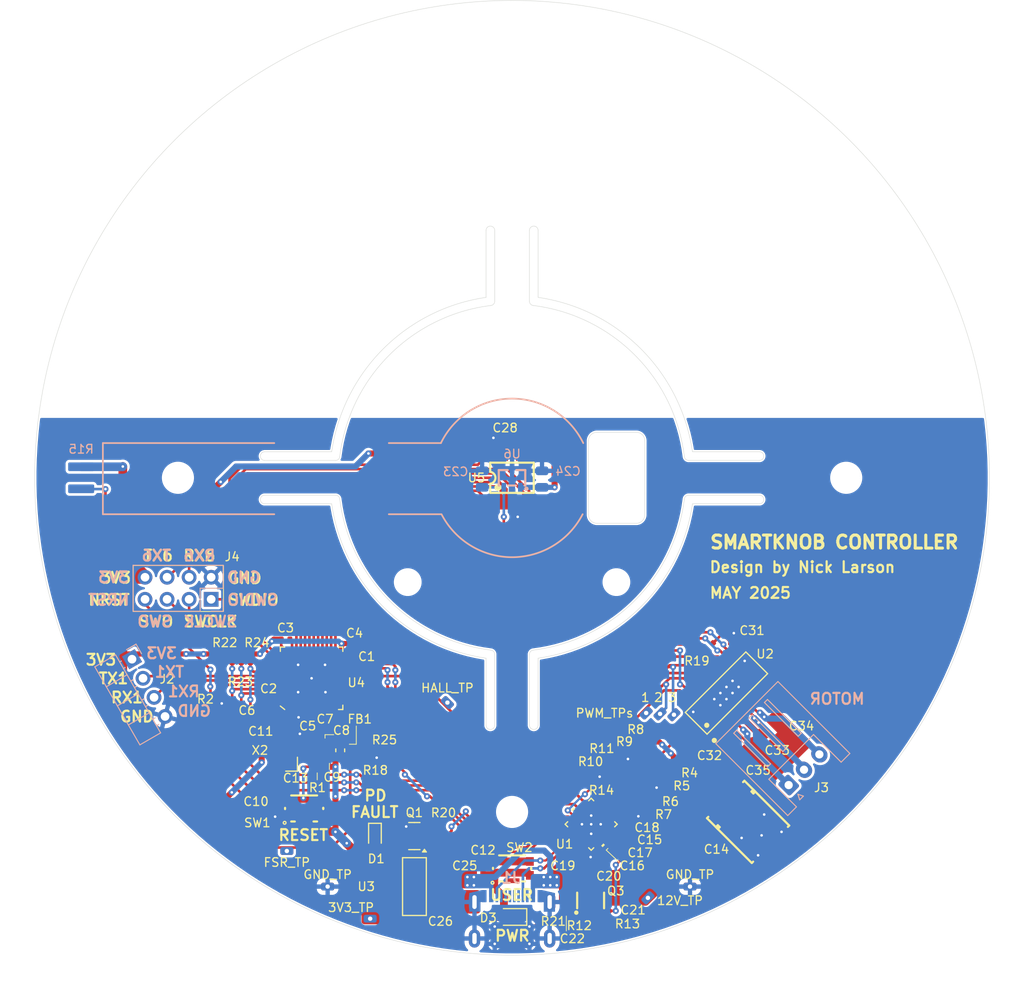
<source format=kicad_pcb>
(kicad_pcb (version 20241229) (generator "pcbnew") (generator_version "9.0")
  (layers (0 "F.Cu" signal) (2 "B.Cu" power) (13 "F.Paste" user) (15 "B.Paste" user) (5 "F.SilkS" user "F.Silkscreen") (7 "B.SilkS" user "B.Silkscreen") (1 "F.Mask" user) (3 "B.Mask" user) (25 "Edge.Cuts" user))
  (net 0 "")
  (net 1 "GND")
  (net 2 "Net-(U4-VCAP_1)")
  (net 3 "+3.3VA")
  (net 4 "/NRST")
  (net 5 "/OSC_IN")
  (net 6 "+3.3V")
  (net 7 "/USER")
  (net 8 "/OSC_OUT")
  (net 9 "+12V")
  (net 10 "/3.3V_PD")
  (net 11 "Net-(U1-VCCD)")
  (net 12 "/V_BUS")
  (net 13 "/FET_EN_2")
  (net 14 "/HALL_ADC")
  (net 15 "Net-(U2-V3P3OUT)")
  (net 16 "Net-(U2-CP1)")
  (net 17 "Net-(U2-CP2)")
  (net 18 "Net-(U2-VCP)")
  (net 19 "Net-(D1-Pad1)")
  (net 20 "Net-(J1-CC1)")
  (net 27 "Net-(J1-CC2)")
  (net 28 "/TX1")
  (net 29 "/MOT_2")
  (net 30 "/MOT_1")
  (net 31 "/SWO")
  (net 32 "/SWCLK")
  (net 33 "/SWDIO")
  (net 34 "/RX6")
  (net 35 "/TX6")
  (net 36 "Net-(Q1-D)")
  (net 37 "/FAULT")
  (net 38 "/S")
  (net 39 "/G")
  (net 40 "/BOOT0")
  (net 41 "/VBUS_MAX")
  (net 42 "/VBUS_MIN")
  (net 43 "/ISNK_C")
  (net 44 "/ISNK_FINE")
  (net 45 "/VBUS_FET_EN")
  (net 46 "/FSR_ADC")
  (net 47 "/DRV_nFLT")
  (net 48 "/PD_SCL")
  (net 49 "/PD_SDA")
  (net 50 "/PD_nINT")
  (net 60 "/DRV_nRST")
  (net 61 "/RX1")
  (net 62 "/MOT_3")
  (net 63 "/TIM1_CH1")
  (net 64 "/MOT_EN1")
  (net 65 "/TIM1_CH2")
  (net 66 "/DRV_nSLP")
  (net 67 "/MOT_EN2")
  (net 70 "/MOT_EN3")
  (net 71 "/TIM2_CH3")
  (net 74 "/PWR_LED")
  (net 75 "/ENC_SCK")
  (net 76 "/TIM2_CH4")
  (net 77 "/ENC_MOSI")
  (net 78 "/TIM2_CH1")
  (net 79 "/ENC_MISO")
  (net 80 "/ENC_CSn")
  (net 82 "/ENC_I")
  (footprint "0_MISC:Test Point" (layer "F.Cu") (at 168.8 136.8 45)
    (property "Reference" "TP3" (hide yes))
    (property "Value" "TestPoint")
  )
  (footprint "MountingHole:MountingHole_3.2mm_M3" (layer "F.Cu") (at 153.15 49.9)
    (property "Reference" "H6" (hide yes))
    (property "Value" "MountingHole")
  )
  (footprint "MountingHole:MountingHole_2.7mm_M2.5" (layer "F.Cu") (at 165.170815 76.379185 135)
    (property "Reference" "H4" (hide yes))
    (property "Value" "MountingHole")
  )
  (footprint "PCM_JLCPCB:C_0402" (layer "F.Cu") (at 161.712563 133.116386)
    (property "Reference" "C19")
    (property "Value" "100nF")
  )
  (footprint "PCM_JLCPCB:R_0603" (layer "F.Cu") (at 167.865806 120.472912 135)
    (property "Reference" "R9")
    (property "Value" "2.4kΩ")
  )
  (footprint "PCM_JLCPCB:R_0402" (layer "F.Cu") (at 130.8 121.7 180)
    (property "Reference" "R1")
    (property "Value" "10kΩ" (hide yes))
  )
  (footprint "PCM_JLCPCB:C_0402" (layer "F.Cu") (at 135.05 107.5)
    (property "Reference" "C4")
    (property "Value" "100nF")
  )
  (footprint "PCM_JLCPCB:C_0402" (layer "F.Cu") (at 177.7 106 45)
    (property "Reference" "C31")
    (property "Value" "1uF")
  )
  (footprint "0_PWR:SOT-223-4_L6.5-W3.5-P2.30-LS7.0-TR" (layer "F.Cu") (at 141.9 135.5 90)
    (property "Reference" "U3")
    (property "Value" "TLV76133DCYR")
  )
  (footprint "PCM_JLCPCB:C_0402" (layer "F.Cu") (at 129.019999 120.3 90)
    (property "Reference" "C13")
    (property "Value" "10pF")
  )
  (footprint "PCM_JLCPCB:R_0402" (layer "F.Cu") (at 120.900001 109.200001 -90)
    (property "Reference" "R22")
    (property "Value" "2.4kΩ" (hide yes))
  )
  (footprint "PCM_JLCPCB:C_0402" (layer "F.Cu") (at 159.03934 137.700001 -90)
    (property "Reference" "C22")
    (property "Value" "1uF")
  )
  (footprint "PCM_JLCPCB:C_0402" (layer "F.Cu") (at 131.549999 117.3625 180)
    (property "Reference" "C7")
    (property "Value" "10nF")
  )
  (footprint "0_MISC:Test Point" (layer "F.Cu") (at 145.7 114.3 -45)
    (property "Reference" "TP4" (hide yes))
    (property "Value" "TestPoint")
  )
  (footprint "PCM_JLCPCB:D_0805" (layer "F.Cu") (at 153.15 139 180)
    (property "Reference" "D3")
    (property "Value" "Green")
  )
  (footprint "PCM_JLCPCB:R_0603" (layer "F.Cu") (at 139.1 129.7 -90)
    (property "Reference" "R16" (hide yes))
    (property "Value" "120Ω")
  )
  (footprint "PCM_JLCPCB:R_0603" (layer "F.Cu") (at 164.539531 122.639531 135)
    (property "Reference" "R10")
    (property "Value" "2.4kΩ")
  )
  (footprint "0_PWR:QFN24_CYPD3177-24LQXQT_INF" (layer "F.Cu") (at 162.265805 128.319359 -135)
    (property "Reference" "U1")
    (property "Value" "CYPD3177-24LQXQT")
  )
  (footprint "MountingHole:MountingHole_3.2mm_M3" (layer "F.Cu") (at 114.65 88.4)
    (property "Reference" "H5" (hide yes))
    (property "Value" "MountingHole")
  )
  (footprint "0_MISC:Test Point" (layer "F.Cu") (at 170.2 115.6 45)
    (property "Reference" "TP9" (hide yes))
    (property "Value" "TestPoint")
  )
  (footprint "PCM_JLCPCB:C_0402" (layer "F.Cu") (at 134.799999 109 90)
    (property "Reference" "C1")
    (property "Value" "4.7nF")
  )
  (footprint "PCM_JLCPCB:R_0402" (layer "F.Cu") (at 121.950001 109.200001 -90)
    (property "Reference" "R23")
    (property "Value" "2.4kΩ" (hide yes))
  )
  (footprint "0_MISC:Test Point" (layer "F.Cu") (at 173.65 135.5)
    (property "Reference" "TP2" (hide yes))
    (property "Value" "TestPoint")
  )
  (footprint "PCM_JLCPCB:Q_SOT-23" (layer "F.Cu") (at 141.89 129.679999 180)
    (property "Reference" "Q1")
    (property "Value" "2N7002")
  )
  (footprint "PCM_JLCPCB:R_0603" (layer "F.Cu") (at 144.64 129.679999 90)
    (property "Reference" "R20")
    (property "Value" "10kΩ")
  )
  (footprint "PCM_JLCPCB:C_0402" (layer "F.Cu") (at 161.7 134.3)
    (property "Reference" "C20")
    (property "Value" "1uF")
  )
  (footprint "PCM_JLCPCB:C_0402" (layer "F.Cu") (at 166.419359 127.719359 -45)
    (property "Reference" "C18")
    (property "Value" "1uF")
  )
  (footprint "0_MISC:Test Point" (layer "F.Cu") (at 168.6 115.5 45)
    (property "Reference" "TP8" (hide yes))
    (property "Value" "TestPoint")
  )
  (footprint "MountingHole:MountingHole_2.7mm_M2.5" (layer "F.Cu") (at 141.129185 100.420815 135)
    (property "Reference" "H1" (hide yes))
    (property "Value" "MountingHole")
  )
  (footprint "PCM_JLCPCB:R_0603" (layer "F.Cu") (at 170.119359 122.719359 -45)
    (property "Reference" "R5")
    (property "Value" "2.4kΩ")
  )
  (footprint "0_MISC:Test Point" (layer "F.Cu") (at 172.9 135.5)
    (property "Reference" "TP10" (hide yes))
    (property "Value" "TestPoint" (hide yes))
  )
  (footprint "PCM_JLCPCB:C_0402" (layer "F.Cu") (at 164.3 137.8 -90)
    (property "Reference" "C21")
    (property "Value" "1uF")
  )
  (footprint "PCM_JLCPCB:R_0603" (layer "F.Cu") (at 171.180019 121.658699 135)
    (property "Reference" "R4")
    (property "Value" "5.1kΩ")
  )
  (footprint "PCM_JLCPCB:C_0402" (layer "F.Cu") (at 147.15 135.85 -90)
    (property "Reference" "C25")
    (property "Value" "1uF")
  )
  (footprint "PCM_JLCPCB:C_0402" (layer "F.Cu") (at 127.2 115.999999)
    (property "Reference" "C5")
    (property "Value" "100nF")
  )
  (footprint "PCM_JLCPCB:C_0402" (layer "F.Cu") (at 166.519359 129.519359 135)
    (property "Reference" "C15")
    (property "Value" "1uF")
  )
  (footprint "PCM_JLCPCB:C_0402" (layer "F.Cu") (at 131.55 120.6 180)
    (property "Reference" "C9")
    (property "Value" "1uF")
  )
  (footprint "PCM_JLCPCB:OSC-SMD_4P-L3.2-W2.5-BL" (layer "F.Cu") (at 126.72 120.200001 90)
    (property "Reference" "X2")
    (property "Value" "X322516MLB4SI")
  )
  (footprint "PCM_JLCPCB:C_0402" (layer "F.Cu") (at 165.669359 131.069359 -135)
    (property "Reference" "C17")
    (property "Value" "100nF")
  )
  (footprint "PCM_JLCPCB:R_0402" (layer "F.Cu") (at 123 109.2 -90)
    (property "Reference" "R24")
    (property "Value" "2.4kΩ" (hide yes))
  )
  (footprint "PCM_JLCPCB:R_0603" (layer "F.Cu") (at 168.019359 126.119359 -45)
    (property "Reference" "R7")
    (property "Value" "2.4kΩ")
  )
  (footprint "PCM_JLCPCB:C_0402" (layer "F.Cu") (at 149.8 133.4 -90)
    (property "Reference" "C12")
    (property "Value" "1uF")
  )
  (footprint "PCM_JLCPCB:D_0603" (layer "F.Cu") (at 137.35 129.7 -90)
    (property "Reference" "D1")
    (property "Value" "Red")
  )
  (footprint "PCM_JLCPCB:C_0402" (layer "F.Cu") (at 125.550001 114.4 90)
    (property "Reference" "C2")
    (property "Value" "100nF")
  )
  (footprint "0_DRIVER:HTSSOP-28_L9.8-W4.5-P0.65-LS6.6-BL-EP" (layer "F.Cu") (at 177.85 113.2 45)
    (property "Reference" "U2")
    (property "Value" "DRV8313PWPR")
  )
  (footprint "PCM_JLCPCB:C_0805" (layer "F.Cu") (at 181.55 118.4 45)
    (property "Reference" "C33")
    (property "Value" "100nF")
  )
  (footprint "PCM_JLCPCB:C_0402" (layer "F.Cu") (at 127.049999 107)
    (property "Reference" "C3")
    (property "Value" "100nF")
  )
  (footprint "PCM_JLCPCB:R_0402" (layer "F.Cu") (at 119.7 112.9 -90)
    (property "Reference" "R2")
    (property "Value" "10kΩ" (hide yes))
  )
  (footprint "0_TRANSISTOR:SOT-23-6_L2.9-W1.6-P0.95-LS2.8-BR" (layer "F.Cu") (at 162.2 137.1 -90)
    (property "Reference" "Q3")
    (property "Value" "CJL2623")
  )
  (footprint "0_MISC:Test Point" (layer "F.Cu") (at 136.8 139.2)
    (property "Reference" "TP1" (hide yes))
    (property "Value" "TestPoint")
  )
  (footprint "MountingHole:MountingHole_2.7mm_M2.5" (layer "F.Cu") (at 165.170815 100.420815 135)
    (property "Reference" "H2" (hide yes))
    (property "Value" "MountingHole")
  )
  (footprint "PCM_JLCPCB:C_0402" (layer "F.Cu") (at 164.919359 130.319359 -135)
    (property "Reference" "C16")
    (property "Value" "100nF")
  )
  (footprint "PCM_JLCPCB:R_0402" (layer "F.Cu") (at 136.35 118.55 90)
    (property "Reference" "R25")
    (property "Value" "10kΩ" (hide yes))
  )
  (footprint "PCM_JLCPCB:C_0603" (layer "F.Cu") (at 147.15 138.6 90)
    (property "Reference" "C26")
    (property "Value" "2.2uF")
  )
  (footprint "PCM_JLCPCB:C_0402" (layer "F.Cu") (at 131.55 119 180)
    (property "Reference" "C8")
    (property "Value" "1uF")
  )
  (footprint "PCM_JLCPCB:C_0805" (layer "F.Cu") (at 179.05 120 135)
    (property "Reference" "C35")
    (property "Value" "100nF")
  )
  (footprint "PCM_JLCPCB:C_0402" (layer "F.Cu") (at 175.014214 118.242893 -45)
    (property "Reference" "C32")
    (property "Value" "10nF")
  )
  (footprint "PCM_JLCPCB:R_0603" (layer "F.Cu") (at 168.926466 119.412252 -45)
    (property "Reference" "R8")
    (property "Value" "5.1kΩ")
  )
  (footprint "0_MCU:STM32F411CEU6" (layer "F.Cu") (at 130.05 111.5 90)
    (property "Reference" "U4")
    (property "Value" "STM32F411CEU6")
  )
  (footprint "PCM_JLCPCB:C_0402" (layer "F.Cu") (at 152.35 83.8)
    (property "Reference" "C28")
    (property "Value" "100nF")
  )
  (footprint "PCM_JLCPCB:C_0402" (layer "F.Cu") (at 125.795001 126.01 -90)
    (property "Reference" "C10")
    (property "Value" "1uF")
  )
  (footprint "0_MISC:SW-SMD_5P-L4.2-W2.8-P1.60-LS4.6-TR" (layer "F.Cu") (at 153.15 133.4 180)
    (property "Reference" "SW2")
    (property "Value" "KMR223GLFG")
  )
  (footprint "0_CAPACITOR:CAP-SMD_L7.3-W6.1_TCN4227M025R0100" (layer "F.Cu") (at 180.096878 127.796878 -45)
    (property "Reference" "C14")
    (property "Value" "TCN4107M035R0100E")
  )
  (footprint "PCM_JLCPCB:R_0402" (layer "F.Cu") (at 163.8 139.8)
    (property "Reference" "R13")
    (property "Value" "1kΩ" (hide yes))
  )
  (footprint "PCM_JLCPCB:R_0603" (layer "F.Cu") (at 169.019359 125.119359 135)
    (property "Reference" "R6")
    (property "Value" "5.1kΩ")
  )
  (footprint "PCM_JLCPCB:FB_0603" (layer "F.Cu") (at 133.35 119.8 -90)
    (property "Reference" "FB1")
    (property "Value" "120R")
  )
  (footprint "MountingHole:MountingHole_2.7mm_M2.5" (layer "F.Cu") (at 141.129185 76.379185 135)
    (property "Reference" "H3" (hide yes))
    (property "Value" "MountingHole")
  )
  (footprint "MountingHole:MountingHole_3.2mm_M3" (layer "F.Cu") (at 191.65 88.4)
    (property "Reference" "H8" (hide yes))
    (property "Value" "MountingHole")
  )
  (footprint "0_SENSOR:TSSOP-14_L5.0-W4.4-P0.65-LS6.4-BL" (layer "F.Cu") (at 153.15 88.4)
    (property "Reference" "U5")
    (property "Value" "AS5047P-ATSM")
  )
  (footprint "PCM_JLCPCB:C_0402" (layer "F.Cu") (at 126.7 117.600001)
    (property "Reference" "C11")
    (property "Value" "10pF")
  )
  (footprint "0_MISC:SW-SMD_5P-L4.2-W2.8-P1.60-LS4.6-TR" (layer "F.Cu") (at 129.195001 126.81 180)
    (property "Reference" "SW1")
    (property "Value" "KMR223GLFG")
  )
  (footprint "PCM_JLCPCB:C_0805" (layer "F.Cu") (at 184.35 115.6 45)
    (property "Reference" "C34")
    (property "Value" "100nF")
  )
  (footprint "PCM_JLCPCB:R_0402" (layer "F.Cu") (at 159.95 137.7 -90)
    (property "Reference" "R12")
    (property "Value" "10kΩ" (hide yes))
  )
  (footprint "PCM_JLCPCB:R_0402" (layer "F.Cu") (at 156.1 139.5 90)
    (property "Reference" "R21")
    (property "Value" "47Ω" (hide yes))
  )
  (footprint "PCM_JLCPCB:R_0603" (layer "F.Cu") (at 135.55 120.65)
    (property "Reference" "R18")
    (property "Value" "1kΩ")
  )
  (footprint "PCM_JLCPCB:R_0603" (layer "F.Cu") (at 165.539531 121.639531 -45)
    (property "Reference" "R11")
    (property "Value" "DNP")
  )
  (footprint "MountingHole:MountingHole_3.2mm_M3" (layer "F.Cu") (at 153.15 126.9)
    (property "Reference" "H7" (hide yes))
    (property "Value" "MountingHole")
  )
  (footprint "0_MISC:Test Point" (layer "F.Cu") (at 127.2 131.4 180)
    (property "Reference" "TP5" (hide yes))
    (property "Value" "TestPoint")
  )
  (footprint "PCM_JLCPCB:C_0603" (layer "F.Cu") (at 124.3 114.9 90)
    (property "Reference" "C6")
    (property "Value" "4.7uF")
  )
  (footprint "PCM_JLCPCB:R_0402" (layer "F.Cu") (at 175.95 107.8 45)
    (property "Reference" "R19")
    (property "Value" "10kΩ" (hide yes))
  )
  (footprint "0_MISC:Test Point" (layer "F.Cu") (at 171.8 115.7 -135)
    (property "Reference" "TP7" (hide yes))
    (property "Value" "TestPoint")
  )
  (footprint "PCM_JLCPCB:R_0402" (layer "F.Cu") (at 164.965805 125.719359 -135)
    (property "Reference" "R14")
    (property "Value" "1kΩ" (hide yes))
  )
  (footprint "Connector_PinHeader_2.54mm:PinHeader_2x04_P2.54mm_Vertical" (layer "B.Cu") (at 118.479999 102.400001 90)
    (property "Reference" "J4")
    (property "Value" "Conn_02x04_Odd_Even")
  )
  (footprint "Connector_PinHeader_2.54mm:PinHeader_1x04_P2.54mm_Horizontal" (layer "B.Cu") (at 109.360001 109.300592 -150)
    (property "Reference" "J2")
    (property "Value" "Conn_01x04_Pin")
  )
  (footprint "PCM_JLCPCB:C_0805" (layer "B.Cu") (at 156.6 88.55 90)
    (property "Reference" "C24")
    (property "Value" "100nF")
  )
  (footprint "PCM_JLCPCB:TYPE-C-SMD_HX-TYPE-C-16PIN" (layer "B.Cu") (at 153.15 139.1 180)
    (property "Reference" "J1")
    (property "Value" "Connector, USB-TYPE-C-16P")
  )
  (footprint "PCM_JLCPCB:C_0805" (layer "B.Cu") (at 149.7 88.55 90)
    (property "Reference" "C23")
    (property "Value" "4.7nF")
  )
  (footprint "0_MISC:MF01A-N-221-A05" (layer "B.Cu") (at 153.15 88.4)
    (property "Reference" "R15")
    (property "Value" "10KΩ - 500Ω")
  )
  (footprint "Connector_JST:JST_XH_S3B-XH-A_1x03_P2.50mm_Horizontal" (layer "B.Cu") (at 185.018216 123.80375 45)
    (property "Reference" "J3")
    (property "Value" "Conn_01x03_Socket")
  )
  (footprint "0_SENSOR:SOT-23-3_L3.0-W1.9-P0.95-LS2.9-BL" (layer "B.Cu") (at 153.15 88.4 180)
    (property "Reference" "U6")
    (property "Value" "A1304ELHLX-T")
  )
  (gr_line (start 132.6 118) (end 131.6 118) (stroke (width 0.1)) (layer "F.SilkS"))
  (gr_line (start 159.4 138.9) (end 159.4 140.6) (stroke (width 0.1)) (layer "F.SilkS"))
  (gr_line (start 164 131.3) (end 165.5 132.7) (stroke (width 0.1)) (layer "F.SilkS"))
  (gr_line (start 130.7 123.2) (end 130.7 122.4) (stroke (width 0.1)) (layer "F.SilkS"))
  (gr_line (start 164 131.3) (end 164.2 131.1) (stroke (width 0.1)) (layer "F.SilkS"))
  (gr_line (start 135.2 119.1) (end 134.4 119.1) (stroke (width 0.1)) (layer "F.SilkS"))
  (gr_line (start 128.7 122.2) (end 128.7 121.4) (stroke (width 0.1)) (layer "F.SilkS"))
  (gr_line (start 135.2 117) (end 135.2 119.1) (stroke (width 0.1)) (layer "F.SilkS"))
  (gr_line (start 132.1 122) (end 132.1 121.3) (stroke (width 0.1)) (layer "F.SilkS"))
  (gr_line (start 131.6 118) (end 131.6 118.4) (stroke (width 0.1)) (layer "F.SilkS"))
  (gr_rect (start 109.5 98.5) (end 119.9 103.8) (stroke (width 0.1)) (fill no) (layer "F.SilkS"))
  (gr_arc (start 167.45 83.149999) (mid 168.15502 83.440806) (end 168.449997 84.144092) (stroke (width 0.05)) (layer "Edge.Cuts"))
  (gr_arc (start 132.806316 90.4) (mid 133.135543 90.526602) (end 133.299279 90.839025) (stroke (width 0.05)) (layer "Edge.Cuts"))
  (gr_arc (start 151.15 116.9) (mid 150.65 117.4) (end 150.15 116.9) (stroke (width 0.05)) (layer "Edge.Cuts"))
  (gr_arc (start 181.65 85.4) (mid 182.15 85.9) (end 181.65 86.4) (stroke (width 0.05)) (layer "Edge.Cuts"))
  (gr_arc (start 132.365394 85.4) (mid 138.30076 73.55076) (end 150.15 67.615394) (stroke (width 0.05)) (layer "Edge.Cuts"))
  (gr_arc (start 173.000721 90.838998) (mid 167.292133 102.542133) (end 155.588998 108.250721) (stroke (width 0.05)) (layer "Edge.Cuts"))
  (gr_line (start 124.65 86.4) (end 132.805645 86.4) (stroke (width 0.05)) (layer "Edge.Cuts"))
  (gr_arc (start 133.299279 85.960977) (mid 139.007865 74.257865) (end 150.710977 68.549279) (stroke (width 0.05)) (layer "Edge.Cuts"))
  (gr_arc (start 156.15 116.9) (mid 155.65 117.4) (end 155.15 116.9) (stroke (width 0.05)) (layer "Edge.Cuts"))
  (gr_line (start 155.15 68.050551) (end 155.15 59.9) (stroke (width 0.05)) (layer "Edge.Cuts"))
  (gr_line (start 173.934604 91.4) (end 181.65 91.4) (stroke (width 0.05)) (layer "Edge.Cuts"))
  (gr_line (start 181.65 90.4) (end 173.493684 90.4) (stroke (width 0.05)) (layer "Edge.Cuts"))
  (gr_line (start 151.15 108.743684) (end 151.15 116.9) (stroke (width 0.05)) (layer "Edge.Cuts"))
  (gr_arc (start 124.65 91.4) (mid 124.15 90.9) (end 124.65 90.4) (stroke (width 0.05)) (layer "Edge.Cuts"))
  (gr_line (start 168.449997 84.149999) (end 168.444093 92.650001) (stroke (width 0.05)) (layer "Edge.Cuts"))
  (gr_line (start 124.65 90.4) (end 132.806316 90.4) (stroke (width 0.05)) (layer "Edge.Cuts"))
  (gr_arc (start 173.000721 90.839024) (mid 173.164458 90.526601) (end 173.493684 90.4) (stroke (width 0.05)) (layer "Edge.Cuts"))
  (gr_arc (start 150.15 109.184603) (mid 138.300762 103.249238) (end 132.365399 91.4) (stroke (width 0.05)) (layer "Edge.Cuts"))
  (gr_line (start 132.365399 91.4) (end 124.65 91.4) (stroke (width 0.05)) (layer "Edge.Cuts"))
  (gr_arc (start 155.15 108.750605) (mid 155.274299 108.417058) (end 155.588998 108.250721) (stroke (width 0.05)) (layer "Edge.Cuts"))
  (gr_line (start 151.15 68.056) (end 151.15 59.9) (stroke (width 0.05)) (layer "Edge.Cuts"))
  (gr_circle (center 153.15 88.4) (end 208.15 88.4) (stroke (width 0.05)) (fill no) (layer "Edge.Cuts"))
  (gr_line (start 168.449997 84.144092) (end 168.449997 84.149999) (stroke (width 0.05)) (layer "Edge.Cuts"))
  (gr_arc (start 168.444093 92.650001) (mid 168.153286 93.355022) (end 167.45 93.649998) (stroke (width 0.05)) (layer "Edge.Cuts"))
  (gr_line (start 156.15 116.9) (end 156.15 109.184604) (stroke (width 0.05)) (layer "Edge.Cuts"))
  (gr_line (start 150.15 116.9) (end 150.15 109.184603) (stroke (width 0.05)) (layer "Edge.Cuts"))
  (gr_line (start 156.15 59.9) (end 156.15 67.615393) (stroke (width 0.05)) (layer "Edge.Cuts"))
  (gr_line (start 161.95 92.65) (end 161.949999 84.149999) (stroke (width 0.05)) (layer "Edge.Cuts"))
  (gr_line (start 150.15 59.9) (end 150.15 67.615394) (stroke (width 0.05)) (layer "Edge.Cuts"))
  (gr_arc (start 162.95 93.649999) (mid 162.244979 93.359193) (end 161.950003 92.655906) (stroke (width 0.05)) (layer "Edge.Cuts"))
  (gr_line (start 181.65 86.4) (end 173.494 86.4) (stroke (width 0.05)) (layer "Edge.Cuts"))
  (gr_arc (start 133.299279 85.960952) (mid 133.135299 86.273612) (end 132.805645 86.4) (stroke (width 0.05)) (layer "Edge.Cuts"))
  (gr_arc (start 155.589057 68.549279) (mid 155.274704 68.383394) (end 155.15 68.050551) (stroke (width 0.05)) (layer "Edge.Cuts"))
  (gr_arc (start 155.589023 68.549279) (mid 167.292135 74.257865) (end 173.000721 85.960977) (stroke (width 0.05)) (layer "Edge.Cuts"))
  (gr_line (start 162.95 83.149999) (end 167.45 83.149999) (stroke (width 0.05)) (layer "Edge.Cuts"))
  (gr_arc (start 150.710993 108.250721) (mid 139.007873 102.54214) (end 133.299279 90.839025) (stroke (width 0.05)) (layer "Edge.Cuts"))
  (gr_arc (start 156.15 67.615393) (mid 167.999241 73.550759) (end 173.934607 85.4) (stroke (width 0.05)) (layer "Edge.Cuts"))
  (gr_line (start 173.934607 85.4) (end 181.65 85.4) (stroke (width 0.05)) (layer "Edge.Cuts"))
  (gr_arc (start 124.65 86.4) (mid 124.15 85.9) (end 124.65 85.4) (stroke (width 0.05)) (layer "Edge.Cuts"))
  (gr_arc (start 173.494 86.4) (mid 173.164568 86.273494) (end 173.000721 85.960952) (stroke (width 0.05)) (layer "Edge.Cuts"))
  (gr_line (start 132.365394 85.4) (end 124.65 85.4) (stroke (width 0.05)) (layer "Edge.Cuts"))
  (gr_arc (start 173.934604 91.4) (mid 167.999238 103.249238) (end 156.15 109.184604) (stroke (width 0.05)) (layer "Edge.Cuts"))
  (gr_arc (start 150.710976 108.250721) (mid 151.023399 108.414458) (end 151.15 108.743684) (stroke (width 0.05)) (layer "Edge.Cuts"))
  (gr_arc (start 151.15 68.056) (mid 151.023497 68.385429) (end 150.71096 68.549279) (stroke (width 0.05)) (layer "Edge.Cuts"))
  (gr_arc (start 155.15 59.9) (mid 155.65 59.4) (end 156.15 59.9) (stroke (width 0.05)) (layer "Edge.Cuts"))
  (gr_line (start 162.95 93.649999) (end 167.45 93.649998) (stroke (width 0.05)) (layer "Edge.Cuts"))
  (gr_arc (start 181.65 90.4) (mid 182.15 90.9) (end 181.65 91.4) (stroke (width 0.05)) (layer "Edge.Cuts"))
  (gr_arc (start 150.15 59.9) (mid 150.65 59.4) (end 151.15 59.9) (stroke (width 0.05)) (layer "Edge.Cuts"))
  (gr_line (start 155.15 108.750605) (end 155.15 116.9) (stroke (width 0.05)) (layer "Edge.Cuts"))
  (gr_arc (start 161.95 84.149999) (mid 162.240806 83.444978) (end 162.944093 83.150002) (stroke (width 0.05)) (layer "Edge.Cuts"))
  (gr_text "RX1" (at 106.8 114.45 0) (layer "F.SilkS") (effects (font (size 1.25 1.25) (thickness 0.25) (bold yes)) (justify left bottom)))
  (gr_text "MAY 2025" (at 175.8 102.4 0) (layer "F.SilkS") (effects (font (size 1.25 1.25) (thickness 0.25) (bold yes)) (justify left bottom)))
  (gr_text "3V3_TP" (at 134.6 138.5 0) (layer "F.SilkS") (effects (font (size 1 1)) (justify bottom)))
  (gr_text "RESET" (at 126.1 130.3 0) (layer "F.SilkS") (effects (font (size 1.25 1.25) (thickness 0.25) (bold yes)) (justify left bottom)))
  (gr_text "NRST" (at 104.2 103.2 0) (layer "F.SilkS") (effects (font (size 1.25 1.25) (thickness 0.25) (bold yes)) (justify left bottom)))
  (gr_text "FAULT" (at 134.45 127.65 0) (layer "F.SilkS") (effects (font (size 1.25 1.25) (thickness 0.25) (bold yes)) (justify left bottom)))
  (gr_text "SWCLK" (at 115.2 105.7 0) (layer "F.SilkS") (effects (font (size 1.25 1.25) (thickness 0.25) (bold yes)) (justify left bottom)))
  (gr_text "GND" (at 120.3 100.7 0) (layer "F.SilkS") (effects (font (size 1.25 1.25) (thickness 0.25) (bold yes)) (justify left bottom)))
  (gr_text "GND" (at 107.85 116.65 0) (layer "F.SilkS") (effects (font (size 1.25 1.25) (thickness 0.25) (bold yes)) (justify left bottom)))
  (gr_text "PD" (at 136 125.75 0) (layer "F.SilkS") (effects (font (size 1.25 1.25) (thickness 0.25) (bold yes)) (justify left bottom)))
  (gr_text "HALL_TP" (at 145.7 113.2 0) (layer "F.SilkS") (effects (font (size 1 1)) (justify bottom)))
  (gr_text "SWO" (at 110 105.7 0) (layer "F.SilkS") (effects (font (size 1.25 1.25) (thickness 0.25) (bold yes)) (justify left bottom)))
  (gr_text "3" (at 171.6 114.3 0) (layer "F.SilkS") (effects (font (size 1 1)) (justify bottom)))
  (gr_text "GND_TP" (at 131.9 134.7 0) (layer "F.SilkS") (effects (font (size 1 1)) (justify bottom)))
  (gr_text "TX6" (at 110.55 98.1 0) (layer "F.SilkS") (effects (font (size 1.25 1.25) (thickness 0.25) (bold yes)) (justify left bottom)))
  (gr_text "RX6" (at 115.15 98.1 0) (layer "F.SilkS") (effects (font (size 1.25 1.25) (thickness 0.25) (bold yes)) (justify left bottom)))
  (gr_text "PWR" (at 151.05 141.9 0) (layer "F.SilkS") (effects (font (size 1.25 1.25) (thickness 0.25) (bold yes)) (justify left bottom)))
  (gr_text "SWDIO" (at 120.3 103.2 0) (layer "F.SilkS") (effects (font (size 1.25 1.25) (thickness 0.25) (bold yes)) (justify left bottom)))
  (gr_text "2" (at 170 114.3 0) (layer "F.SilkS") (effects (font (size 1 1)) (justify bottom)))
  (gr_text "3V3" (at 103.9 110.1 0) (layer "F.SilkS") (effects (font (size 1.25 1.25) (thickness 0.25) (bold yes)) (justify left bottom)))
  (gr_text "USER" (at 150.5 137.2 0) (layer "F.SilkS") (effects (font (size 1.25 1.25) (thickness 0.25) (bold yes)) (justify left bottom)))
  (gr_text "TX1" (at 105.4 112.25 0) (layer "F.SilkS") (effects (font (size 1.25 1.25) (thickness 0.25) (bold yes)) (justify left bottom)))
  (gr_text "3V3" (at 105.6 100.65 0) (layer "F.SilkS") (effects (font (size 1.25 1.25) (thickness 0.25) (bold yes)) (justify left bottom)))
  (gr_text "PWM_TPs" (at 163.8 116.1 0) (layer "F.SilkS") (effects (font (size 1 1)) (justify bottom)))
  (gr_text "12V_TP" (at 172.5 137.7 0) (layer "F.SilkS") (effects (font (size 1 1)) (justify bottom)))
  (gr_text "GND_TP" (at 173.65 134.7 0) (layer "F.SilkS") (effects (font (size 1 1)) (justify bottom)))
  (gr_text "1" (at 168.5 114.3 0) (layer "F.SilkS") (effects (font (size 1 1)) (justify bottom)))
  (gr_text "SMARTKNOB CONTROLLER" (at 175.8 96.7 0) (layer "F.SilkS") (effects (font (size 1.5 1.5) (thickness 0.35) (bold yes)) (justify left bottom)))
  (gr_text "FSR_TP" (at 127.2 133.3 0) (layer "F.SilkS") (effects (font (size 1 1)) (justify bottom)))
  (gr_text "Design by Nick Larson" (at 186.6 98.7 0) (layer "F.SilkS") (effects (font (size 1.25 1.25) (thickness 0.25) (bold yes))))
  (gr_text "3V3" (at 109.1 100.6 -0) (layer "B.SilkS") (effects (font (size 1.25 1.25) (thickness 0.25) (bold yes)) (justify left bottom mirror)))
  (gr_text "TX6" (at 114 98.1 -0) (layer "B.SilkS") (effects (font (size 1.25 1.25) (thickness 0.25) (bold yes)) (justify left bottom mirror)))
  (gr_text "RX1" (at 117.3 113.75 0) (layer "B.SilkS") (effects (font (size 1.25 1.25) (thickness 0.25) (bold yes)) (justify left bottom mirror)))
  (gr_text "SWO" (at 114.1 105.7 -0) (layer "B.SilkS") (effects (font (size 1.25 1.25) (thickness 0.25) (bold yes)) (justify left bottom mirror)))
  (gr_text "TX1" (at 115.5 111.5 0) (layer "B.SilkS") (effects (font (size 1.25 1.25) (thickness 0.25) (bold yes)) (justify left bottom mirror)))
  (gr_text "MOTOR" (at 193.9 114.6 0) (layer "B.SilkS") (effects (font (size 1.25 1.25) (thickness 0.25) (bold yes)) (justify left bottom mirror)))
  (gr_text "RX6" (at 119.1 98.1 -0) (layer "B.SilkS") (effects (font (size 1.25 1.25) (thickness 0.25) (bold yes)) (justify left bottom mirror)))
  (gr_text "GND" (at 118.6 116 0) (layer "B.SilkS") (effects (font (size 1.25 1.25) (thickness 0.25) (bold yes)) (justify left bottom mirror)))
  (gr_text "3V3" (at 114.65 109.35 0) (layer "B.SilkS") (effects (font (size 1.25 1.25) (thickness 0.25) (bold yes)) (justify left bottom mirror)))
  (gr_text "NRST" (at 109.2 103.2 -0) (layer "B.SilkS") (effects (font (size 1.25 1.25) (thickness 0.25) (bold yes)) (justify left bottom mirror)))
  (gr_text "SWDIO" (at 126.3 103.2 -0) (layer "B.SilkS") (effects (font (size 1.25 1.25) (thickness 0.25) (bold yes)) (justify left bottom mirror)))
  (gr_text "GND" (at 124.3 100.6 -0) (layer "B.SilkS") (effects (font (size 1.25 1.25) (thickness 0.25) (bold yes)) (justify left bottom mirror)))
  (gr_text "SWCLK" (at 121.6 105.7 -0) (layer "B.SilkS") (effects (font (size 1.25 1.25) (thickness 0.25) (bold yes)) (justify left bottom mirror)))
  (segment (start 136.35 120.63) (end 136.370001 120.650001) (width 0.6) (layer "F.Cu") (net 1))
  (segment (start 129.019999 119.800001) (end 129.019999 118.219999) (width 0.7) (layer "F.Cu") (net 1))
  (segment (start 127.6 119.32) (end 125.84 121.08) (width 0.7) (layer "F.Cu") (net 1))
  (segment (start 167.285978 120.014022) (end 166.5 120.8) (width 0.6) (layer "F.Cu") (net 1))
  (segment (start 128.549998 115.999999) (end 128.549999 116) (width 0.5) (layer "F.Cu") (net 1))
  (segment (start 127.000001 127.445) (end 127.145001 127.3) (width 0.6) (layer "F.Cu") (net 1))
  (segment (start 127.800001 108.125) (end 127.8 107.249998) (width 0.3) (layer "F.Cu") (net 1))
  (segment (start 131.245001 127.3) (end 130.939002 126.994001) (width 0.9) (layer "F.Cu") (net 1))
  (segment (start 136.370001 120.650001) (end 137.55 120.65) (width 0.6) (layer "F.Cu") (net 1))
  (segment (start 167.445824 127.4) (end 166.772912 128.072912) (width 0.6) (layer "F.Cu") (net 1))
  (segment (start 164.565806 130.265806) (end 164.565806 130.672912) (width 0.3) (layer "F.Cu") (net 1))
  (segment (start 144.360001 128.579999) (end 140.950001 128.579999) (width 0.6) (layer "F.Cu") (net 1))
  (segment (start 151.850001 83.8) (end 151 83.8) (width 0.3) (layer "F.Cu") (net 1))
  (segment (start 127.6 119.100002) (end 127.6 119.32) (width 0.7) (layer "F.Cu") (net 1))
  (segment (start 181.352456 117.728249) (end 179.55 115.925793) (width 0.7) (layer "F.Cu") (net 1))
  (segment (start 153.799999 91.2) (end 153.8 92.9) (width 0.3) (layer "F.Cu") (net 1))
  (segment (start 127.199999 117.600001) (end 128.400001 117.600001) (width 0.7) (layer "F.Cu") (net 1))
  (segment (start 156.1 139.999999) (end 156.099999 140) (width 0.3) (layer "F.Cu") (net 1))
  (segment (start 125.795001 126.509999) (end 125.795001 127.390001) (width 0.6) (layer "F.Cu") (net 1))
  (segment (start 130.799999 112.25) (end 130.799999 117.112499) (width 0.299) (layer "F.Cu") (net 1))
  (segment (start 135.549998 107.750001) (end 135.549998 107.5) (width 0.3) (layer "F.Cu") (net 1))
  (segment (start 165.315806 131.422912) (end 164.565806 130.672912) (width 0.5) (layer "F.Cu") (net 1))
  (segment (start 155.25 140) (end 155.15 140.1) (width 0.3) (layer "F.Cu") (net 1))
  (segment (start 128.400001 117.600001) (end 128.7 117.9) (width 0.7) (layer "F.Cu") (net 1))
  (segment (start 172.829542 114.179542) (end 172.829542 114.161665) (width 0.3) (layer "F.Cu") (net 1))
  (segment (start 131.050001 120.6) (end 131.05 117.3625) (width 0.6) (layer "F.Cu") (net 1))
  (segment (start 163.78064 129.48064) (end 164.565806 130.265806) (width 0.3) (layer "F.Cu") (net 1))
  (segment (start 130.799999 117.112499) (end 131.05 117.3625) (width 0.299) (layer "F.Cu") (net 1))
  (segment (start 163.398038 131.219359) (end 164.019359 131.219359) (width 0.3) (layer "F.Cu") (net 1))
  (segment (start 127.800001 113.750001) (end 130.05 111.5) (width 0.3) (layer "F.Cu") (net 1))
  (segment (start 174.05 115.4) (end 174.025 115.375) (width 0.3) (layer "F.Cu") (net 1))
  (segment (start 166.772912 128.072912) (end 165.926465 128.919359) (width 0.6) (layer "F.Cu") (net 1))
  (segment (start 182.410839 112.710839) (end 182.410839 112.697954) (width 0.7) (layer "F.Cu") (net 1))
  (segment (start 178.7 106.3) (end 178.053553 105.653553) (width 0.6) (layer "F.Cu") (net 1))
  (segment (start 127.8 113.75) (end 125.800001 113.75) (width 0.299) (layer "F.Cu") (net 1))
  (segment (start 125.85 127.445) (end 127.000001 127.445) (width 0.6) (layer "F.Cu") (net 1))
  (segment (start 178.053553 105.653553) (end 178.053553 105.646447) (width 0.6) (layer "F.Cu") (net 1))
  (segment (start 168.175462 127.122912) (end 168.175462 127.124538) (width 0.6) (layer "F.Cu") (net 1))
  (segment (start 128.5 113.1) (end 128.5 113.05) (width 0.299) (layer "F.Cu") (net 1))
  (segment (start 163.959703 122.059703) (end 163.959703 122.119359) (width 0.7) (layer "F.Cu") (net 1))
  (segment (start 132.300001 109.250001) (end 131.6 109.950001) (width 0.3) (layer "F.Cu") (net 1))
  (segment (start 134.041738 109.250001) (end 134.791737 108.500001) (width 0.3) (layer "F.Cu") (net 1))
  (segment (start 167.9 127.4) (end 167.7 127.4) (width 0.6) (layer "F.Cu") (net 1))
  (segment (start 133.425002 109.249999) (end 134.041738 109.250001) (width 0.3) (layer "F.Cu") (net 1))
  (segment (start 127.799999 108.125) (end 127.799999 109.25) (width 0.299) (layer "F.Cu") (net 1))
  (segment (start 127.8 107.249998) (end 127.55 106.999999) (width 0.3) (layer "F.Cu") (net 1))
  (segment (start 164.019359 131.219359) (end 164.565806 130.672912) (width 0.3) (layer "F.Cu") (net 1))
  (segment (start 130.05 111.5) (end 130.799999 112.25) (width 0.299) (layer "F.Cu") (net 1))
  (segment (start 127.451 126.994001) (end 127.145001 127.3) (width 0.9) (layer "F.Cu") (net 1))
  (segment (start 124.519999 113.900001) (end 124.3 114.12) (width 0.3) (layer "F.Cu") (net 1))
  (segment (start 127.6 119.100002) (end 127.6 119) (width 0.7) (layer "F.Cu") (net 1))
  (segment (start 133.425002 109.249999) (end 132.300001 109.250001) (width 0.3) (layer "F.Cu") (net 1))
  (segment (start 127.799999 109.25) (end 128.5 109.95) (width 0.299) (layer "F.Cu") (net 1))
  (segment (start 177.199 112.077679) (end 177.199 112.549) (width 0.3) (layer "F.Cu") (net 1))
  (segment (start 168.175462 127.124538) (end 167.9 127.4) (width 0.6) (layer "F.Cu") (net 1))
  (segment (start 136.35 119.049999) (end 136.35 120.63) (width 0.6) (layer "F.Cu") (net 1))
  (segment (start 125.795001 127.390001) (end 125.85 127.445) (width 0.6) (layer "F.Cu") (net 1))
  (segment (start 168.599187 126.699187) (end 168.175462 127.122912) (width 0.6) (layer "F.Cu") (net 1))
  (segment (start 162.619359 128.319359) (end 162.265805 128.319359) (width 0.3) (layer "F.Cu") (net 1))
  (segment (start 184.628249 114.928249) (end 182.410839 112.710839) (width 0.7) (layer "F.Cu") (net 1))
  (segment (start 182.221751 117.728249) (end 181.352456 117.728249) (width 0.7) (layer "F.Cu") (net 1))
  (segment (start 170.600813 123.299187) (end 169.8 124.1) (width 0.6) (layer "F.Cu") (net 1))
  (segment (start 165.926465 128.926465) (end 165.926465 128.919359) (width 0.6) (layer "F.Cu") (net 1))
  (segment (start 128.5 109.95) (end 130.05 111.5) (width 0.299) (layer "F.Cu") (net 1))
  (segment (start 163.959703 122.119359) (end 163.239531 122.839531) (width 0.7) (layer "F.Cu") (net 1))
  (segment (start 127.6 119) (end 128.7 117.9) (width 0.7) (layer "F.Cu") (net 1))
  (segment (start 163.78064 129.48064) (end 162.619359 128.319359) (width 0.3) (layer "F.Cu") (net 1))
  (segment (start 129.019999 118.219999) (end 128.7 117.9) (width 0.7) (layer "F.Cu") (net 1))
  (segment (start 134.791737 108.500001) (end 134.8 108.5) (width 0.3) (layer "F.Cu") (net 1))
  (segment (start 127.649999 115.999999) (end 128.549998 115.999999) (width 0.5) (layer "F.Cu") (net 1))
  (segment (start 176.053949 110.937258) (end 176.058579 110.937258) (width 0.3) (layer "F.Cu") (net 1))
  (segment (start 134.8 108.5) (end 135.549998 107.750001) (width 0.3) (layer "F.Cu") (net 1))
  (segment (start 119.7 113.399999) (end 119.7 114.4) (width 0.7) (layer "F.Cu") (net 1))
  (segment (start 174.025 115.375) (end 172.829542 114.179542) (width 0.3) (layer "F.Cu") (net 1))
  (segment (start 131.6 109.950001) (end 130.05 111.5) (width 0.3) (layer "F.Cu") (net 1))
  (segment (start 166.165806 129.165806) (end 165.926465 128.926465) (width 0.6) (layer "F.Cu") (net 1))
  (segment (start 167.7 127.4) (end 167.445824 127.4) (width 0.6) (layer "F.Cu") (net 1))
  (segment (start 185.021751 114.928249) (end 184.628249 114.928249) (width 0.7) (layer "F.Cu") (net 1))
  (segment (start 167.285978 119.893084) (end 167.285978 120.014022) (width 0.6) (layer "F.Cu") (net 1))
  (segment (start 125.550001 113.900001) (end 124.519999 113.900001) (width 0.3) (layer "F.Cu") (net 1))
  (segment (start 162.71998 130.541301) (end 163.398038 131.219359) (width 0.3) (layer "F.Cu") (net 1))
  (segment (start 130.939002 126.994001) (end 127.451 126.994001) (width 0.9) (layer "F.Cu") (net 1))
  (segment (start 151.85 85.6) (end 151.850001 83.8) (width 0.3) (layer "F.Cu") (net 1))
  (segment (start 179.55 115.925793) (end 179.55 115.9) (width 0.7) (layer "F.Cu") (net 1))
  (segment (start 128.45 113.1) (end 127.8 113.75) (width 0.299) (layer "F.Cu") (net 1))
  (segment (start 128.5 113.05) (end 130.05 111.5) (width 0.299) (layer "F.Cu") (net 1))
  (segment (start 170.699187 123.299187) (end 170.600813 123.299187) (width 0.6) (layer "F.Cu") (net 1))
  (segment (start 156.099999 140) (end 155.25 140) (width 0.3) (layer "F.Cu") (net 1))
  (segment (start 128.5 113.1) (end 128.45 113.1) (width 0.299) (layer "F.Cu") (net 1))
  (segment (start 144.64 128.859998) (end 144.360001 128.579999) (width 0.6) (layer "F.Cu") (net 1))
  (segment (start 162.199999 134.3) (end 162.2 132.1) (width 0.6) (layer "F.Cu") (net 1))
  (segment (start 125.800001 113.75) (end 125.550001 113.999999) (width 0.299) (layer "F.Cu") (net 1))
  (segment (start 125.84 121.08) (end 125.84 121.3) (width 0.7) (layer "F.Cu") (net 1))
  (via (at 179.596878 129.896878) (size 0.7) (drill 0.3) (layers "F.Cu" "B.Cu") (net 1))
  (via (at 162.265805 129.419359) (size 0.7) (drill 0.3) (layers "F.Cu" "B.Cu") (net 1))
  (via (at 166.5 120.8) (size 0.7) (drill 0.3) (layers "F.Cu" "B.Cu") (net 1))
  (via (at 167.7 127.4) (size 0.7) (drill 0.3) (layers "F.Cu" "B.Cu") (net 1))
  (via (at 174.025 115.375) (size 0.7) (drill 0.3) (layers "F.Cu" "B.Cu") (net 1))
  (via (at 178.7 106.3) (size 0.7) (drill 0.3) (layers "F.Cu" "B.Cu") (net 1))
  (via (at 178.55 111.8) (size 0.7) (drill 0.3) (layers "F.Cu" "B.Cu") (net 1))
  (via (at 169.8 124.1) (size 0.7) (drill 0.3) (layers "F.Cu" "B.Cu") (net 1))
  (via (at 137.55 120.65) (size 0.7) (drill 0.3) (layers "F.Cu" "B.Cu") (net 1))
  (via (at 131.649999 113.1) (size 0.7) (drill 0.3) (layers "F.Cu" "B.Cu") (net 1))
  (via (at 153.8 92.9) (size 0.7) (drill 0.3) (layers "F.Cu" "B.Cu") (net 1))
  (via (at 181.496878 131.896878) (size 0.7) (drill 0.3) (layers "F.Cu" "B.Cu") (net 1))
  (via (at 140.950001 128.579999) (size 0.7) (drill 0.3) (layers "F.Cu" "B.Cu") (net 1))
  (via (at 184.196878 129.196878) (size 0.7) (drill 0.3) (layers "F.Cu" "B.Cu") (net 1))
  (via (at 163.365805 128.319359) (size 0.7) (drill 0.3) (layers "F.Cu" "B.Cu") (net 1))
  (via (at 182.196878 127.196878) (size 0.7) (drill 0.3) (layers "F.Cu" "B.Cu") (net 1))
  (via (at 162.265805 128.319359) (size 0.7) (drill 0.3) (layers "F.Cu" "B.Cu") (net 1))
  (via (at 177.15 113.2) (size 0.7) (drill 0.3) (layers "F.Cu" "B.Cu") (net 1))
  (via (at 177.15 114.6) (size 0.7) (drill 0.3) (layers "F.Cu" "B.Cu") (net 1))
  (via (at 178.55 113.2) (size 0.7) (drill 0.3) (layers "F.Cu" "B.Cu") (net 1))
  (via (at 179.25 112.5) (size 0.7) (drill 0.3) (layers "F.Cu" "B.Cu") (net 1))
  (via (at 181.9 129.6) (size 0.7) (drill 0.3) (layers "F.Cu" "B.Cu") (net 1))
  (via (at 128.5 113.1) (size 0.7) (drill 0.3) (layers "F.Cu" "B.Cu") (net 1))
  (via (at 162.2 132.1) (size 0.7) (drill 0.3) (layers "F.Cu" "B.Cu") (net 1))
  (via (at 131.6 109.950001) (size 0.7) (drill 0.3) (layers "F.Cu" "B.Cu") (net 1))
  (via (at 163.239531 122.839531) (size 0.7) (drill 0.3) (layers "F.Cu" "B.Cu") (net 1))
  (via (at 119.7 114.4) (size 0.7) (drill 0.3) (layers "F.Cu" "B.Cu") (net 1))
  (via (at 128.5 109.95) (size 0.7) (drill 0.3) (layers "F.Cu" "B.Cu") (net 1))
  (via (at 161.2 128.319359) (size 0.7) (drill 0.3) (layers "F.Cu" "B.Cu") (net 1))
  (via (at 128.549999 116) (size 0.7) (drill 0.3) (layers "F.Cu" "B.Cu") (net 1))
  (via (at 179.95 109.5) (size 0.7) (drill 0.3) (layers "F.Cu" "B.Cu") (net 1))
  (via (at 162.265805 127.319359) (size 0.7) (drill 0.3) (layers "F.Cu" "B.Cu") (net 1))
  (via (at 151 83.8) (size 0.7) (drill 0.3) (layers "F.Cu" "B.Cu") (net 1))
  (via (at 130.05 111.5) (size 0.7) (drill 0.3) (layers "F.Cu" "B.Cu") (net 1))
  (via (at 125.85 127.445) (size 0.7) (drill 0.3) (layers "F.Cu" "B.Cu") (net 1))
  (via (at 177.85 113.9) (size 0.7) (drill 0.3) (layers "F.Cu" "B.Cu") (net 1))
  (via (at 176.45 113.9) (size 0.7) (drill 0.3) (layers "F.Cu" "B.Cu") (net 1))
  (via (at 177.85 112.5) (size 0.7) (drill 0.3) (layers "F.Cu" "B.Cu") (net 1))
  (via (at 128.7 117.9) (size 0.7) (drill 0.3) (layers "F.Cu" "B.Cu") (net 1))
  (segment (start 157.48 137.28) (end 157.03 137.28) (width 0.3) (layer "B.Cu") (net 1))
  (segment (start 148.82 137.28) (end 149.27 137.28) (width 0.3) (layer "B.Cu") (net 1))
  (segment (start 149.2 141.100001) (end 148.82 141.480001) (width 0.3) (layer "B.Cu") (net 1))
  (segment (start 134.549999 109.75) (end 134.8 109.499997) (width 0.3) (layer "F.Cu") (net 2))
  (segment (start 133.425 109.75) (end 134.549999 109.75) (width 0.3) (layer "F.Cu") (net 2))
  (segment (start 132.049999 117.362501) (end 132.049998 117.3625) (width 0.6) (layer "F.Cu") (net 3))
  (segment (start 131.299999 114.875) (end 131.299999 116.5125) (width 0.3) (layer "F.Cu") (net 3))
  (segment (start 133.35 119.010001) (end 132.059999 119.010001) (width 0.6) (layer "F.Cu") (net 3))
  (segment (start 132.059999 119.010001) (end 132.049999 119.000001) (width 0.6) (layer "F.Cu") (net 3))
  (segment (start 131.299999 116.5125) (end 132.049998 117.262499) (width 0.3) (layer "F.Cu") (net 3))
  (segment (start 132.049999 119.000001) (end 132.049998 117.3625) (width 0.6) (layer "F.Cu") (net 3))
  (segment (start 132.049998 117.262499) (end 132.049998 117.3625) (width 0.3) (layer "F.Cu") (net 3))
  (segment (start 118.4 110.5) (end 110.859999 102.959999) (width 0.3) (layer "F.Cu") (net 4))
  (segment (start 130.300001 121.7) (end 129.3 121.7) (width 0.3) (layer "F.Cu") (net 4))
  (segment (start 131.245 125.7) (end 131.245 125.49) (width 0.9) (layer "F.Cu") (net 4))
  (segment (start 131.151006 125.396006) (end 127.398994 125.396006) (width 0.9) (layer "F.Cu") (net 4))
  (segment (start 131.245 125.49) (end 131.151006 125.396006) (width 0.9) (layer "F.Cu") (net 4))
  (segment (start 118.4 112.475) (end 118.375 112.45) (width 0.3) (layer "F.Cu") (net 4))
  (segment (start 125.795001 125.510001) (end 125.620003 125.510001) (width 0.3) (layer "F.Cu") (net 4))
  (segment (start 125.610002 125.5) (end 122.7 125.5) (width 0.3) (layer "F.Cu") (net 4))
  (segment (start 118.4 121.2) (end 118.4 112.475) (width 0.3) (layer "F.Cu") (net 4))
  (segment (start 122.7 125.5) (end 118.4 121.2) (width 0.3) (layer "F.Cu") (net 4))
  (segment (start 129.3 121.7) (end 129.1 121.9) (width 0.3) (layer "F.Cu") (net 4))
  (segment (start 126.955003 125.510001) (end 127.145002 125.7) (width 0.3) (layer "F.Cu") (net 4))
  (segment (start 125.620003 125.510001) (end 125.610002 125.5) (width 0.3) (layer "F.Cu") (net 4))
  (segment (start 130.3 114.875) (end 130.3 120.7) (width 0.3) (layer "F.Cu") (net 4))
  (segment (start 125.795001 125.510001) (end 126.955003 125.510001) (width 0.3) (layer "F.Cu") (net 4))
  (segment (start 110.859999 102.959999) (end 110.859999 102.400001) (width 0.3) (layer "F.Cu") (net 4))
  (segment (start 127.398994 125.396006) (end 127.145002 125.649998) (width 0.9) (layer "F.Cu") (net 4))
  (segment (start 130.3 120.7) (end 130.300001 121.7) (width 0.3) (layer "F.Cu") (net 4))
  (segment (start 127.145002 125.649998) (end 127.145002 125.7) (width 0.9) (layer "F.Cu") (net 4))
  (via (at 118.4 110.5) (size 0.7) (drill 0.3) (layers "F.Cu" "B.Cu") (net 4))
  (via (at 118.375 112.45) (size 0.7) (drill 0.3) (layers "F.Cu" "B.Cu") (net 4))
  (via (at 129.1 121.9) (size 0.7) (drill 0.3) (layers "F.Cu" "B.Cu") (net 4))
  (via (at 129.1 125.295006) (size 0.7) (drill 0.3) (layers "F.Cu" "B.Cu") (net 4))
  (segment (start 129.1 121.9) (end 129.1 125.100006) (width 0.3) (layer "B.Cu") (net 4))
  (segment (start 118.4 110.5) (end 118.4 112.3) (width 0.3) (layer "B.Cu") (net 4))
  (segment (start 118.4 112.3) (end 118.375 112.325) (width 0.3) (layer "B.Cu") (net 4))
  (segment (start 118.375 112.325) (end 118.375 112.45) (width 0.3) (layer "B.Cu") (net 4))
  (segment (start 126.200001 117.600001) (end 126.200001 118.740001) (width 0.3) (layer "F.Cu") (net 5))
  (segment (start 129.299999 114.874999) (end 129.299999 116.45) (width 0.3) (layer "F.Cu") (net 5))
  (segment (start 126.200001 117.290002) (end 126.200001 117.600001) (width 0.3) (layer "F.Cu") (net 5))
  (segment (start 126.690003 116.8) (end 126.200001 117.290002) (width 0.3) (layer "F.Cu") (net 5))
  (segment (start 129.299999 116.45) (end 128.95 116.8) (width 0.3) (layer "F.Cu") (net 5))
  (segment (start 128.95 116.8) (end 126.690003 116.8) (width 0.3) (layer "F.Cu") (net 5))
  (segment (start 126.200001 118.740001) (end 125.84 119.100002) (width 0.3) (layer "F.Cu") (net 5))
  (segment (start 108.61 99.86) (end 108.6 99.85) (width 1.5) (layer "F.Cu") (net 6))
  (segment (start 115.6 108.7) (end 108.3 108.7) (width 0.6) (layer "F.Cu") (net 6))
  (segment (start 133.5 108.599) (end 133.425 108.599) (width 0.6) (layer "F.Cu") (net 6))
  (segment (start 119.575 88.875) (end 108.6 99.85) (width 0.7) (layer "F.Cu") (net 6))
  (segment (start 132.8 129.2) (end 132.75 129.15) (width 1) (layer "F.Cu") (net 6))
  (segment (start 109.449999 98.45) (end 108.9 98.45) (width 1.5) (layer "F.Cu") (net 6))
  (segment (start 136.6 85.6) (end 146.6 85.6) (width 0.7) (layer "F.Cu") (net 6))
  (segment (start 126.550002 107.749998) (end 126.550002 106.999999) (width 0.3) (layer "F.Cu") (net 6))
  (segment (start 133.5 107.5) (end 133.5 108.599) (width 0.6) (layer "F.Cu") (net 6))
  (segment (start 146.6 85.6) (end 149.6 82.6) (width 0.7) (layer "F.Cu") (net 6))
  (segment (start 125.7 107) (end 126.55 107) (width 0.6) (layer "F.Cu") (net 6))
  (segment (start 151.1 134.205) (end 151.1 135.605) (width 0.9) (layer "F.Cu") (net 6))
  (segment (start 152.849999 82.650001) (end 152.9 82.6) (width 0.6) (layer "F.Cu") (net 6))
  (segment (start 149.9 139.4) (end 142.5 139.4) (width 0.9) (layer "F.Cu") (net 6))
  (segment (start 134.1 130.53) (end 137.41 133.84) (width 1) (layer "F.Cu") (net 6))
  (segment (start 155.7 82.6) (end 152.9 82.6) (width 0.7) (layer "F.Cu") (net 6))
  (segment (start 134.550001 107.5) (end 133.5 107.5) (width 0.6) (layer "F.Cu") (net 6))
  (segment (start 123.05 129.15) (end 119.7 125.8) (width 1) (layer "F.Cu") (net 6))
  (segment (start 109.360001 109.300592) (end 109.360001 109.339999) (width 1.5) (layer "F.Cu") (net 6))
  (segment (start 132.8 125.100006) (end 132.8 129.2) (width 0.7) (layer "F.Cu") (net 6))
  (segment (start 152.849999 83.8) (end 152.849999 82.650001) (width 0.6) (layer "F.Cu") (net 6))
  (segment (start 151.406 133.899) (end 154.894 133.899) (width 0.9) (layer "F.Cu") (net 6))
  (segment (start 152.500001 85.6) (end 152.500001 84.149998) (width 0.3) (layer "F.Cu") (net 6))
  (segment (start 153.15 85.6) (end 153.15 84.100001) (width 0.3) (layer "F.Cu") (net 6))
  (segment (start 125.469975 107.230025) (end 125.7 107) (width 0.6) (layer "F.Cu") (net 6))
  (segment (start 137.35 130.489999) (end 137.35 133.78) (width 0.7) (layer "F.Cu") (net 6))
  (segment (start 149.6 82.6) (end 152.9 82.6) (width 0.7) (layer "F.Cu") (net 6))
  (segment (start 152.500001 84.149998) (end 152.849999 83.8) (width 0.3) (layer "F.Cu") (net 6))
  (segment (start 132.8 121.7) (end 132.8 120.6) (width 0.7) (layer "F.Cu") (net 6))
  (segment (start 108.3 114.4) (end 119.7 125.8) (width 1) (layer "F.Cu") (net 6))
  (segment (start 124.105025 108.694975) (end 124.099999 108.700001) (width 0.6) (layer "F.Cu") (net 6))
  (segment (start 127.3 108.125) (end 126.925 108.125) (width 0.3) (layer "F.Cu") (net 6))
  (segment (start 132.8 121.7) (end 131.299999 121.7) (width 0.7) (layer "F.Cu") (net 6))
  (segment (start 124.099999 108.700001) (end 123.000001 108.700001) (width 0.6) (layer "F.Cu") (net 6))
  (segment (start 108.3 87.1) (end 108.3 114.4) (width 1) (layer "F.Cu") (net 6))
  (segment (start 150.3 139) (end 149.9 139.4) (width 0.9) (layer "F.Cu") (net 6))
  (segment (start 137.35 133.78) (end 137.41 133.84) (width 0.7) (layer "F.Cu") (net 6))
  (segment (start 150.794999 133.899999) (end 151.1 134.205) (width 0.3) (layer "F.Cu") (net 6))
  (segment (start 158.05 84.95) (end 155.7 82.6) (width 0.7) (layer "F.Cu") (net 6))
  (segment (start 151.1 134.205) (end 151.406 133.899) (width 0.9) (layer "F.Cu") (net 6))
  (segment (start 152.210001 139) (end 150.3 139) (width 0.9) (layer "F.Cu") (net 6))
  (segment (start 151.1 135.605) (end 152.210001 136.715001) (width 0.9) (layer "F.Cu") (net 6))
  (segment (start 152.210001 136.715001) (end 152.210001 139) (width 0.9) (layer "F.Cu") (net 6))
  (segment (start 152.849999 83.8) (end 153.15 84.100001) (width 0.3) (layer "F.Cu") (net 6))
  (segment (start 137.41 133.84) (end 139.07 135.5) (width 1) (layer "F.Cu") (net 6))
  (segment (start 154.894 133.899) (end 155.2 134.205) (width 0.9) (layer "F.Cu") (net 6))
  (segment (start 124.3 115.68) (end 124.3 121.2) (width 0.7) (layer "F.Cu") (net 6))
  (segment (start 110.859999 99.86) (end 108.61 99.86) (width 1.5) (layer "F.Cu") (net 6))
  (segment (start 126.550001 107.75) (end 126.550002 107.749998) (width 0.3) (layer "F.Cu") (net 6))
  (segment (start 132.75 129.15) (end 123.05 129.15) (width 1) (layer "F.Cu") (net 6))
  (segment (start 123.000001 108.700001) (end 117.600001 108.700001) (width 0.6) (layer "F.Cu") (net 6))
  (segment (start 132.06 120.589999) (end 132.049999 120.6) (width 0.7) (layer "F.Cu") (net 6))
  (segment (start 149.8 133.899999) (end 150.794999 133.899999) (width 0.3) (layer "F.Cu") (net 6))
  (segment (start 120.855025 124.644975) (end 119.7 125.8) (width 0.7) (layer "F.Cu") (net 6))
  (segment (start 158.05 89.5) (end 158.05 84.95) (width 0.7) (layer "F.Cu") (net 6))
  (segment (start 133.35 120.589999) (end 132.06 120.589999) (width 0.7) (layer "F.Cu") (net 6))
  (segment (start 117.600001 108.700001) (end 117.6 108.7) (width 0.6) (layer "F.Cu") (net 6))
  (segment (start 126.925 108.125) (end 126.550001 107.75) (width 0.3) (layer "F.Cu") (net 6))
  (segment (start 134.1 130.5) (end 134.1 130.53) (width 1) (layer "F.Cu") (net 6))
  (segment (start 110.859999 99.86) (end 109.449999 98.45) (width 1.5) (layer "F.Cu") (net 6))
  (via (at 133.5 107.5) (size 0.7) (drill 0.3) (layers "F.Cu" "B.Cu") (net 6))
  (via (at 117.6 108.7) (size 0.7) (drill 0.3) (layers "F.Cu" "B.Cu") (net 6))
  (via (at 132.8 125.100006) (size 0.7) (drill 0.3) (layers "F.Cu" "B.Cu") (net 6))
  (via (at 108.3 87.1) (size 0.7) (drill 0.3) (layers "F.Cu" "B.Cu") (net 6))
  (via (at 132.8 121.7) (size 0.7) (drill 0.3) (layers "F.Cu" "B.Cu") (net 6))
  (via (at 124.3 121.2) (size 0.7) (drill 0.3) (layers "F.Cu" "B.Cu") (net 6))
  (via (at 125.469975 107.230025) (size 0.7) (drill 0.3) (layers "F.Cu" "B.Cu") (net 6))
  (via (at 134.1 130.5) (size 0.7) (drill 0.3) (layers "F.Cu" "B.Cu") (net 6))
  (via (at 158.05 89.5) (size 0.7) (drill 0.3) (layers "F.Cu" "B.Cu") (net 6))
  (via (at 124.105025 108.694975) (size 0.7) (drill 0.3) (layers "F.Cu" "B.Cu") (net 6))
  (via (at 132.8 129.2) (size 0.7) (drill 0.3) (layers "F.Cu" "B.Cu") (net 6))
  (via (at 115.6 108.7) (size 0.7) (drill 0.3) (layers "F.Cu" "B.Cu") (net 6))
  (via (at 120.855025 124.644975) (size 0.7) (drill 0.3) (layers "F.Cu" "B.Cu") (net 6))
  (via (at 119.575 88.875) (size 0.7) (drill 0.3) (layers "F.Cu" "B.Cu") (net 6))
  (via (at 136.6 85.6) (size 0.7) (drill 0.3) (layers "F.Cu" "B.Cu") (net 6))
  (segment (start 103.503382 87.13) (end 108.27 87.13) (width 1) (layer "B.Cu") (net 6))
  (segment (start 133.169975 107.230025) (end 125.469975 107.230025) (width 0.6) (layer "B.Cu") (net 6))
  (segment (start 117.6 108.7) (end 115.6 108.7) (width 0.6) (layer "B.Cu") (net 6))
  (segment (start 108.27 87.13) (end 108.3 87.1) (width 1) (layer "B.Cu") (net 6))
  (segment (start 135.1 87.1) (end 136.6 85.6) (width 0.7) (layer "B.Cu") (net 6))
  (segment (start 119.575 88.875) (end 121.35 87.1) (width 0.7) (layer "B.Cu") (net 6))
  (segment (start 124.105025 108.694975) (end 124.105025 108.594975) (width 0.6) (layer "B.Cu") (net 6))
  (segment (start 158.049999 89.499999) (end 154.1 89.5) (width 0.6) (layer "B.Cu") (net 6))
  (segment (start 158.05 89.5) (end 158.049999 89.499999) (width 0.6) (layer "B.Cu") (net 6))
  (segment (start 124.3 121.2) (end 120.855025 124.644975) (width 0.7) (layer "B.Cu") (net 6))
  (segment (start 124.105025 108.594975) (end 125.469975 107.230025) (width 0.6) (layer "B.Cu") (net 6))
  (segment (start 132.8 121.7) (end 132.8 125.100006) (width 0.7) (layer "B.Cu") (net 6))
  (segment (start 133.43995 107.5) (end 133.169975 107.230025) (width 0.6) (layer "B.Cu") (net 6))
  (segment (start 133.5 107.5) (end 133.43995 107.5) (width 0.6) (layer "B.Cu") (net 6))
  (segment (start 121.35 87.1) (end 135.1 87.1) (width 0.7) (layer "B.Cu") (net 6))
  (segment (start 134.1 130.5) (end 132.8 129.2) (width 1) (layer "B.Cu") (net 6))
  (segment (start 150.804999 132.900001) (end 151.1 132.605) (width 0.3) (layer "F.Cu") (net 7))
  (segment (start 143.282966 125.100006) (end 143.682966 125.100006) (width 0.3) (layer "F.Cu") (net 7))
  (segment (start 132.3 114.875) (end 132.3 115.3) (width 0.3) (layer "F.Cu") (net 7))
  (segment (start 155.2 132.605) (end 151.1 132.605) (width 0.9) (layer "F.Cu") (net 7))
  (segment (start 151.1 132.51704) (end 151.1 132.605) (width 0.3) (layer "F.Cu") (net 7))
  (segment (start 134.05 115.6) (end 140.802944 122.352944) (width 0.3) (layer "F.Cu") (net 7))
  (segment (start 132.6 115.6) (end 134.05 115.6) (width 0.3) (layer "F.Cu") (net 7))
  (segment (start 143.282966 125.100006) (end 143.350765 125.100006) (width 0.3) (layer "F.Cu") (net 7))
  (segment (start 132.3 115.3) (end 132.6 115.6) (width 0.3) (layer "F.Cu") (net 7))
  (segment (start 143.682966 125.100006) (end 151.1 132.51704) (width 0.3) (layer "F.Cu") (net 7))
  (segment (start 140.802944 122.352944) (end 140.802944 122.6) (width 0.3) (layer "F.Cu") (net 7))
  (segment (start 149.8 132.900001) (end 150.804999 132.900001) (width 0.3) (layer "F.Cu") (net 7))
  (via (at 143.350765 125.100006) (size 0.7) (drill 0.3) (layers "F.Cu" "B.Cu") (net 7))
  (via (at 140.802944 122.6) (size 0.7) (drill 0.3) (layers "F.Cu" "B.Cu") (net 7))
  (segment (start 140.850759 122.6) (end 143.350765 125.100006) (width 0.3) (layer "B.Cu") (net 7))
  (segment (start 140.802944 122.6) (end 140.850759 122.6) (width 0.3) (layer "B.Cu") (net 7))
  (segment (start 129.799999 114.875) (end 129.799999 120.149999) (width 0.299) (layer "F.Cu") (net 8))
  (segment (start 129.799999 120.149999) (end 129.149999 120.799999) (width 0.299) (layer "F.Cu") (net 8))
  (segment (start 129.149999 120.799999) (end 129.019999 120.799999) (width 0.299) (layer "F.Cu") (net 8))
  (segment (start 128.100001 120.799999) (end 127.6 121.3) (width 0.299) (layer "F.Cu") (net 8))
  (segment (start 129.019999 120.799999) (end 128.100001 120.799999) (width 0.299) (layer "F.Cu") (net 8))
  (segment (start 162.4 124) (end 162.4 122.2) (width 0.25) (layer "F.Cu") (net 9))
  (segment (start 180.430387 119.071751) (end 180.878249 119.071751) (width 0.3) (layer "F.Cu") (net 9))
  (segment (start 160.397416 127.511632) (end 159.605143 126.719359) (width 0.25) (layer "F.Cu") (net 9))
  (segment (start 173.3 117.8) (end 177.6 122.1) (width 0.25) (layer "F.Cu") (net 9))
  (segment (start 162.4 122.2) (end 166.8 117.8) (width 0.25) (layer "F.Cu") (net 9))
  (segment (start 181.4916 113.617193) (end 183.678249 115.803842) (width 0.3) (layer "F.Cu") (net 9))
  (segment (start 178.267193 116.908557) (end 180.430387 119.071751) (width 0.3) (layer "F.Cu") (net 9))
  (segment (start 178.267193 116.8416) (end 178.267193 116.908557) (width 0.3) (layer "F.Cu") (net 9))
  (segment (start 166.8 117.8) (end 173.3 117.8) (width 0.25) (layer "F.Cu") (net 9))
  (segment (start 159.605143 126.719359) (end 159.565805 126.719359) (width 0.25) (layer "F.Cu") (net 9))
  (segment (start 161.544975 124.855025) (end 162.4 124) (width 0.25) (layer "F.Cu") (net 9))
  (segment (start 183.678249 115.803842) (end 183.678249 116.271751) (width 0.3) (layer "F.Cu") (net 9))
  (via (at 159.565805 126.719359) (size 0.7) (drill 0.3) (layers "F.Cu" "B.Cu") (net 9))
  (via (at 161.544975 124.855025) (size 0.7) (drill 0.3) (layers "F.Cu" "B.Cu") (net 9))
  (segment (start 159.565805 126.719359) (end 161.430139 124.855025) (width 0.25) (layer "B.Cu") (net 9))
  (segment (start 161.430139 124.855025) (end 161.544975 124.855025) (width 0.25) (layer "B.Cu") (net 9))
  (segment (start 164.972914 129.965806) (end 165.272912 129.965806) (width 0.25) (layer "F.Cu") (net 10))
  (segment (start 170.444556 119.144556) (end 170.132424 118.832424) (width 0.6) (layer "F.Cu") (net 10))
  (segment (start 164.134194 129.127086) (end 164.972914 129.965806) (width 0.25) (layer "F.Cu") (net 10))
  (segment (start 171.739981 125.005843) (end 170.322912 126.422912) (width 0.6) (layer "F.Cu") (net 10))
  (segment (start 164.959703 121.019359) (end 164.959703 121.059703) (width 0.6) (layer "F.Cu") (net 10))
  (segment (start 166.865806 129.872912) (end 166.022912 130.715806) (width 0.6) (layer "F.Cu") (net 10))
  (segment (start 169.599187 125.699187) (end 170.322912 126.422912) (width 0.6) (layer "F.Cu") (net 10))
  (segment (start 167.046638 118.832424) (end 164.959703 120.919359) (width 0.6) (layer "F.Cu") (net 10))
  (segment (start 164.959703 120.919359) (end 164.959703 121.059703) (width 0.6) (layer "F.Cu") (net 10))
  (segment (start 166.872912 129.872912) (end 166.865806 129.872912) (width 0.6) (layer "F.Cu") (net 10))
  (segment (start 171.444975 120.144975) (end 171.739981 120.439981) (width 0.6) (layer "F.Cu") (net 10))
  (segment (start 170.132424 118.832424) (end 167.046638 118.832424) (width 0.6) (layer "F.Cu") (net 10))
  (segment (start 171.739981 120.439981) (end 171.739981 125.005843) (width 0.6) (layer "F.Cu") (net 10))
  (segment (start 166.022912 130.715806) (end 165.272912 129.965806) (width 0.5) (layer "F.Cu") (net 10))
  (segment (start 170.322912 126.422912) (end 166.872912 129.872912) (width 0.6) (layer "F.Cu") (net 10))
  (via (at 171.444975 120.144975) (size 0.7) (drill 0.3) (layers "F.Cu" "B.Cu") (net 10))
  (via (at 170.444556 119.144556) (size 0.7) (drill 0.3) (layers "F.Cu" "B.Cu") (net 10))
  (segment (start 171.444975 120.144975) (end 170.444556 119.144556) (width 0.6) (layer "B.Cu") (net 10))
  (segment (start 165.872912 127.365806) (end 166.065806 127.365806) (width 0.25) (layer "F.Cu") (net 11))
  (segment (start 164.487747 128.750971) (end 165.872912 127.365806) (width 0.25) (layer "F.Cu") (net 11))
  (segment (start 164.487747 128.773534) (end 164.487747 128.750971) (width 0.25) (layer "F.Cu") (net 11))
  (segment (start 161.212564 131.140367) (end 161.212564 133.116386) (width 0.25) (layer "F.Cu") (net 12))
  (segment (start 161.200001 133.128949) (end 161.212564 133.116386) (width 0.3) (layer "F.Cu") (net 12))
  (segment (start 161.81163 130.541301) (end 161.212564 131.140367) (width 0.25) (layer "F.Cu") (net 12))
  (via (at 156.8 134.4) (size 0.7) (drill 0.3) (layers "F.Cu" "B.Cu") (net 12))
  (via (at 148 134.4) (size 0.7) (drill 0.3) (layers "F.Cu" "B.Cu") (net 12))
  (via (at 157.55 134.4) (size 0.7) (drill 0.3) (layers "F.Cu" "B.Cu") (net 12))
  (via (at 157.55 135.35) (size 0.7) (drill 0.3) (layers "F.Cu" "B.Cu") (net 12))
  (via (at 148.75 134.4) (size 0.7) (drill 0.3) (layers "F.Cu" "B.Cu") (net 12))
  (via (at 156.8 135.35) (size 0.7) (drill 0.3) (layers "F.Cu" "B.Cu") (net 12))
  (via (at 158.3 135.35) (size 0.7) (drill 0.3) (layers "F.Cu" "B.Cu") (net 12))
  (via (at 158.3 134.4) (size 0.7) (drill 0.3) (layers "F.Cu" "B.Cu") (net 12))
  (via (at 148 135.35) (size 0.7) (drill 0.3) (layers "F.Cu" "B.Cu") (net 12))
  (via (at 148.75 135.35) (size 0.7) (drill 0.3) (layers "F.Cu" "B.Cu") (net 12))
  (segment (start 157.55 132.05) (end 157.55 134.4) (width 0.7) (layer "B.Cu") (net 12))
  (segment (start 150.75 136.6) (end 150.75 135.4) (width 0.5) (layer "B.Cu") (net 12))
  (segment (start 156.85 131.35) (end 157.55 132.05) (width 0.7) (layer "B.Cu") (net 12))
  (segment (start 150.35 134.4) (end 151.2 134.4) (width 0.7) (layer "B.Cu") (net 12))
  (segment (start 155.55 136.6) (end 155.55 135.5) (width 0.5) (layer "B.Cu") (net 12))
  (segment (start 154.25 131.35) (end 156.85 131.35) (width 0.7) (layer "B.Cu") (net 12))
  (segment (start 151.2 134.4) (end 154.25 131.35) (width 0.7) (layer "B.Cu") (net 12))
  (segment (start 165.319358 125.365806) (end 165.319358 125.280642) (width 0.3) (layer "F.Cu") (net 13))
  (segment (start 160.1 139.9) (end 160.1 138.2) (width 0.3) (layer "F.Cu") (net 13))
  (segment (start 165.1 138.3) (end 164.3 138.299999) (width 0.3) (layer "F.Cu") (net 13))
  (segment (start 160.1 138.2) (end 159.03934 138.2) (width 0.3) (layer "F.Cu") (net 13))
  (segment (start 160.661 140.461) (end 160.1 139.9) (width 0.3) (layer "F.Cu") (net 13))
  (segment (start 163.739 140.461) (end 160.661 140.461) (width 0.3) (layer "F.Cu") (net 13))
  (segment (start 164.299999 139.8) (end 164.299999 139.900001) (width 0.3) (layer "F.Cu") (net 13))
  (segment (start 173.1 120.3) (end 173.1 125) (width 0.3) (layer "F.Cu") (net 13))
  (segment (start 164.299999 139.900001) (end 163.739 140.461) (width 0.3) (layer "F.Cu") (net 13))
  (segment (start 164.3 138.299999) (end 164.299999 139.8) (width 0.3) (layer "F.Cu") (net 13))
  (segment (start 165.319358 125.280642) (end 171.4 119.2) (width 0.3) (layer "F.Cu") (net 13))
  (segment (start 165.1 133) (end 165.1 133.1) (width 0.3) (layer "F.Cu") (net 13))
  (segment (start 172 119.2) (end 173.1 120.3) (width 0.3) (layer "F.Cu") (net 13))
  (segment (start 171.4 119.2) (end 172 119.2) (width 0.3) (layer "F.Cu") (net 13))
  (segment (start 173.1 125) (end 165.1 133) (width 0.3) (layer "F.Cu") (net 13))
  (via (at 165.1 133) (size 0.7) (drill 0.3) (layers "F.Cu" "B.Cu") (net 13))
  (via (at 165.1 138.3) (size 0.7) (drill 0.3) (layers "F.Cu" "B.Cu") (net 13))
  (segment (start 165.1 133) (end 165.1 138.3) (width 0.3) (layer "B.Cu") (net 13))
  (segment (start 142.05 111.25) (end 148.7 117.9) (width 0.3) (layer "F.Cu") (net 14))
  (segment (start 148.7 117.9) (end 151.6 117.9) (width 0.3) (layer "F.Cu") (net 14))
  (segment (start 133.425 111.25) (end 142.05 111.25) (width 0.3) (layer "F.Cu") (net 14))
  (segment (start 151.6 117.9) (end 152.2 117.3) (width 0.3) (layer "F.Cu") (net 14))
  (segment (start 152.2 117.3) (end 152.2 92.9) (width 0.3) (layer "F.Cu") (net 14))
  (via (at 152.2 92.9) (size 0.7) (drill 0.3) (layers "F.Cu" "B.Cu") (net 14))
  (segment (start 149.7 89.499999) (end 149.700001 89.499998) (width 0.3) (layer "B.Cu") (net 14))
  (segment (start 152.199998 89.499998) (end 152.2 89.5) (width 0.3) (layer "B.Cu") (net 14))
  (segment (start 152.2 89.5) (end 152.2 92.9) (width 0.3) (layer "B.Cu") (net 14))
  (segment (start 149.700001 89.499998) (end 152.199998 89.499998) (width 0.3) (layer "B.Cu") (net 14))
  (segment (start 177.346447 106.353553) (end 177.346447 106.360771) (width 0.299) (layer "F.Cu") (net 15))
  (segment (start 176.617767 107.13934) (end 176.61066 107.13934) (width 0.3) (layer "F.Cu") (net 15))
  (segment (start 177.396447 106.353553) (end 176.617767 107.132233) (width 0.3) (layer "F.Cu") (net 15))
  (segment (start 177.346447 106.360771) (end 178.2005 107.214824) (width 0.299) (layer "F.Cu") (net 15))
  (segment (start 178.811665 108.179542) (end 178.316061 107.683938) (width 0.3) (layer "F.Cu") (net 15))
  (segment (start 178.2005 107.214824) (end 178.2005 107.568377) (width 0.299) (layer "F.Cu") (net 15))
  (segment (start 178.2005 107.568377) (end 178.811665 108.179542) (width 0.299) (layer "F.Cu") (net 15))
  (segment (start 176.61066 107.13934) (end 176.303553 107.446447) (width 0.3) (layer "F.Cu") (net 15))
  (segment (start 176.617767 107.132233) (end 176.617767 107.13934) (width 0.3) (layer "F.Cu") (net 15))
  (segment (start 176.888335 118.220458) (end 176.158793 118.95) (width 0.3) (layer "F.Cu") (net 16))
  (segment (start 176.158793 118.95) (end 175.721321 118.95) (width 0.3) (layer "F.Cu") (net 16))
  (segment (start 175.721321 118.95) (end 175.367767 118.596446) (width 0.3) (layer "F.Cu") (net 16))
  (segment (start 175.650001 116.9) (end 174.660661 117.88934) (width 0.3) (layer "F.Cu") (net 17))
  (segment (start 177.347954 117.760839) (end 176.487115 116.9) (width 0.3) (layer "F.Cu") (net 17))
  (segment (start 176.487115 116.9) (end 175.650001 116.9) (width 0.3) (layer "F.Cu") (net 17))
  (segment (start 177.807574 117.301219) (end 178.95 118.443645) (width 0.3) (layer "F.Cu") (net 18))
  (segment (start 178.95 118.443645) (end 178.95 118.756498) (width 0.3) (layer "F.Cu") (net 18))
  (segment (start 178.95 118.756498) (end 178.378249 119.328249) (width 0.3) (layer "F.Cu") (net 18))
  (segment (start 139.1 128.879999) (end 137.380002 128.879999) (width 0.5) (layer "F.Cu") (net 19))
  (segment (start 137.380002 128.879999) (end 137.35 128.910001) (width 0.5) (layer "F.Cu") (net 19))
  (segment (start 156.4 133.400003) (end 156.831607 133.400003) (width 0.3) (layer "F.Cu") (net 20))
  (segment (start 156.831607 133.400003) (end 160.75097 129.48064) (width 0.3) (layer "F.Cu") (net 20))
  (via (at 156.4 133.400003) (size 0.7) (drill 0.3) (layers "F.Cu" "B.Cu") (net 20))
  (segment (start 156.4 133.400003) (end 156.399997 133.4) (width 0.3) (layer "B.Cu") (net 20))
  (segment (start 154.4 134.1) (end 154.4 136.600001) (width 0.3) (layer "B.Cu") (net 20))
  (segment (start 155.1 133.4) (end 154.4 134.1) (width 0.3) (layer "B.Cu") (net 20))
  (segment (start 156.399997 133.4) (end 155.1 133.4) (width 0.3) (layer "B.Cu") (net 20))
  (segment (start 157.024502 132.5) (end 156.4 132.5) (width 0.25) (layer "F.Cu") (net 27))
  (segment (start 160.397416 129.127086) (end 157.024502 132.5) (width 0.25) (layer "F.Cu") (net 27))
  (via (at 156.4 132.5) (size 0.7) (drill 0.3) (layers "F.Cu" "B.Cu") (net 27))
  (segment (start 156.4 132.5) (end 154.591364 132.5) (width 0.3) (layer "B.Cu") (net 27))
  (segment (start 151.4 135.691364) (end 151.4 136.6) (width 0.3) (layer "B.Cu") (net 27))
  (segment (start 154.591364 132.5) (end 151.4 135.691364) (width 0.3) (layer "B.Cu") (net 27))
  (segment (start 110.880298 111.25) (end 110.630001 111.500297) (width 0.3) (layer "F.Cu") (net 28))
  (segment (start 126.675 111.25) (end 110.880298 111.25) (width 0.3) (layer "F.Cu") (net 28))
  (segment (start 181.549927 116.599927) (end 181.05 116.1) (width 0.7) (layer "F.Cu") (net 29))
  (segment (start 181.05 115.933309) (end 180.112742 114.996051) (width 0.3) (layer "F.Cu") (net 29))
  (segment (start 181.05 116.1) (end 181.05 115.933309) (width 0.3) (layer "F.Cu") (net 29))
  (via (at 181.549927 116.599927) (size 0.7) (drill 0.3) (layers "F.Cu" "B.Cu") (net 29))
  (via (at 181.05 116.1) (size 0.7) (drill 0.3) (layers "F.Cu" "B.Cu") (net 29))
  (segment (start 186.785983 121.835971) (end 186.785983 122.035983) (width 0.7) (layer "B.Cu") (net 29))
  (segment (start 181.050012 116.1) (end 186.785983 121.835971) (width 0.7) (layer "B.Cu") (net 29))
  (segment (start 181.549927 116.599927) (end 181.05 116.1) (width 0.7) (layer "B.Cu") (net 29))
  (segment (start 181.05 116.1) (end 181.050012 116.1) (width 0.7) (layer "B.Cu") (net 29))
  (segment (start 178.726812 116.381981) (end 178.730567 116.381981) (width 0.3) (layer "F.Cu") (net 30))
  (segment (start 180.25 117.9) (end 180.248586 117.9) (width 0.7) (layer "F.Cu") (net 30))
  (segment (start 180.248586 117.9) (end 179.774293 117.425707) (width 0.7) (layer "F.Cu") (net 30))
  (segment (start 178.730567 116.381981) (end 179.774293 117.425707) (width 0.3) (layer "F.Cu") (net 30))
  (via (at 180.25 117.9) (size 0.7) (drill 0.3) (layers "F.Cu" "B.Cu") (net 30))
  (via (at 179.774293 117.425707) (size 0.7) (drill 0.3) (layers "F.Cu" "B.Cu") (net 30))
  (segment (start 180.25 117.901414) (end 179.774293 117.425707) (width 0.7) (layer "B.Cu") (net 30))
  (segment (start 180.25 119.035534) (end 180.25 117.901414) (width 0.7) (layer "B.Cu") (net 30))
  (segment (start 185.018216 123.80375) (end 180.25 119.035534) (width 0.7) (layer "B.Cu") (net 30))
  (segment (start 116.25 105.25) (end 113.4 102.4) (width 0.3) (layer "F.Cu") (net 31))
  (segment (start 126.675 109.750001) (end 126.250001 109.750001) (width 0.3) (layer "F.Cu") (net 31))
  (segment (start 121.75 105.25) (end 116.25 105.25) (width 0.3) (layer "F.Cu") (net 31))
  (segment (start 126.250001 109.750001) (end 121.75 105.25) (width 0.3) (layer "F.Cu") (net 31))
  (segment (start 122 104.75) (end 116.55 104.75) (width 0.3) (layer "F.Cu") (net 32))
  (segment (start 115.939999 104.139999) (end 115.939999 102.400001) (width 0.3) (layer "F.Cu") (net 32))
  (segment (start 116.55 104.75) (end 115.939999 104.139999) (width 0.3) (layer "F.Cu") (net 32))
  (segment (start 126.675 108.75) (end 126 108.75) (width 0.3) (layer "F.Cu") (net 32))
  (segment (start 126 108.75) (end 122 104.75) (width 0.3) (layer "F.Cu") (net 32))
  (segment (start 124.15 102.400001) (end 118.479999 102.400001) (width 0.3) (layer "F.Cu") (net 33))
  (segment (start 128.300001 106.550002) (end 124.15 102.400001) (width 0.3) (layer "F.Cu") (net 33))
  (segment (start 128.300001 108.125) (end 128.300001 106.550002) (width 0.3) (layer "F.Cu") (net 33))
  (segment (start 116.45 97.7) (end 115.939999 98.210001) (width 0.3) (layer "F.Cu") (net 34))
  (segment (start 128.8 106.250002) (end 120.249998 97.7) (width 0.3) (layer "F.Cu") (net 34))
  (segment (start 128.8 108.125) (end 128.8 106.250002) (width 0.3) (layer "F.Cu") (net 34))
  (segment (start 115.939999 98.210001) (end 115.939999 99.86) (width 0.3) (layer "F.Cu") (net 34))
  (segment (start 120.249998 97.7) (end 116.45 97.7) (width 0.3) (layer "F.Cu") (net 34))
  (segment (start 120.549999 97.2) (end 116.15 97.2) (width 0.299) (layer "F.Cu") (net 35))
  (segment (start 116.15 97.2) (end 113.489999 99.860001) (width 0.299) (layer "F.Cu") (net 35))
  (segment (start 129.3 105.950001) (end 120.549999 97.2) (width 0.299) (layer "F.Cu") (net 35))
  (segment (start 129.3 108.125001) (end 129.3 105.950001) (width 0.299) (layer "F.Cu") (net 35))
  (segment (start 113.489999 99.860001) (end 113.399999 99.860001) (width 0.299) (layer "F.Cu") (net 35))
  (segment (start 140.320001 129.679999) (end 140.950001 129.679999) (width 0.5) (layer "F.Cu") (net 36))
  (segment (start 139.479999 130.520001) (end 140.320001 129.679999) (width 0.5) (layer "F.Cu") (net 36))
  (segment (start 139.1 130.520001) (end 139.479999 130.520001) (width 0.5) (layer "F.Cu") (net 36))
  (segment (start 159.1 126) (end 160.3 126) (width 0.3) (layer "F.Cu") (net 37))
  (segment (start 144.819999 130.679999) (end 144.64 130.5) (width 0.3) (layer "F.Cu") (net 37))
  (segment (start 142.959999 130.5) (end 142.83 130.629999) (width 0.3) (layer "F.Cu") (net 37))
  (segment (start 151.20652 130.498) (end 154.602 130.498) (width 0.3) (layer "F.Cu") (net 37))
  (segment (start 147.819975 127.111455) (end 151.20652 130.498) (width 0.3) (layer "F.Cu") (net 37))
  (segment (start 147.819975 126.830025) (end 147.819975 127.111455) (width 0.3) (layer "F.Cu") (net 37))
  (segment (start 160.3 126) (end 161.104524 126.804524) (width 0.3) (layer "F.Cu") (net 37))
  (segment (start 146.171505 129.078495) (end 144.75 130.5) (width 0.3) (layer "F.Cu") (net 37))
  (segment (start 144.769999 130.629999) (end 144.64 130.5) (width 0.3) (layer "F.Cu") (net 37))
  (segment (start 154.602 130.498) (end 159.1 126) (width 0.3) (layer "F.Cu") (net 37))
  (segment (start 146.171505 128.578495) (end 146.171505 129.078495) (width 0.3) (layer "F.Cu") (net 37))
  (segment (start 144.64 130.5) (end 142.959999 130.5) (width 0.3) (layer "F.Cu") (net 37))
  (via (at 146.171505 128.578495) (size 0.7) (drill 0.3) (layers "F.Cu" "B.Cu") (net 37))
  (via (at 147.819975 126.830025) (size 0.7) (drill 0.3) (layers "F.Cu" "B.Cu") (net 37))
  (segment (start 146.179495 128.578495) (end 147.819975 126.938015) (width 0.3) (layer "B.Cu") (net 37))
  (segment (start 146.171505 128.578495) (end 146.179495 128.578495) (width 0.3) (layer "B.Cu") (net 37))
  (segment (start 147.819975 126.938015) (end 147.819975 126.830025) (width 0.3) (layer "B.Cu") (net 37))
  (segment (start 162.2 135.75) (end 162.2 138.449999) (width 0.6) (layer "F.Cu") (net 38))
  (segment (start 163.15 138.45) (end 163.15 139.649999) (width 0.6) (layer "F.Cu") (net 39))
  (segment (start 161.25 139.352) (end 161.698 139.8) (width 0.6) (layer "F.Cu") (net 39))
  (segment (start 161.698 139.8) (end 163.300001 139.8) (width 0.6) (layer "F.Cu") (net 39))
  (segment (start 163.15 139.649999) (end 163.300001 139.8) (width 0.6) (layer "F.Cu") (net 39))
  (segment (start 161.25 138.45) (end 161.25 139.352) (width 0.6) (layer "F.Cu") (net 39))
  (segment (start 119.850001 112.25) (end 119.7 112.400001) (width 0.3) (layer "F.Cu") (net 40))
  (segment (start 126.675001 112.25) (end 119.850001 112.25) (width 0.3) (layer "F.Cu") (net 40))
  (segment (start 164.134194 127.511632) (end 169.506295 122.139531) (width 0.25) (layer "F.Cu") (net 41))
  (segment (start 169.506295 122.139531) (end 169.539531 122.139531) (width 0.25) (layer "F.Cu") (net 41))
  (segment (start 170.60019 121.078871) (end 169.539531 122.139531) (width 0.5) (layer "F.Cu") (net 41))
  (segment (start 167.439531 125.539531) (end 168.439531 124.539531) (width 0.5) (layer "F.Cu") (net 42))
  (segment (start 164.487747 127.865184) (end 166.352931 126) (width 0.25) (layer "F.Cu") (net 42))
  (segment (start 166.979062 126) (end 167.439531 125.539531) (width 0.25) (layer "F.Cu") (net 42))
  (segment (start 166.352931 126) (end 166.979062 126) (width 0.25) (layer "F.Cu") (net 42))
  (segment (start 163.073532 126.45097) (end 163.073532 126.424842) (width 0.25) (layer "F.Cu") (net 43))
  (segment (start 163.073532 126.424842) (end 168.445634 121.05274) (width 0.25) (layer "F.Cu") (net 43))
  (segment (start 168.371762 121.05274) (end 168.445634 121.05274) (width 0.25) (layer "F.Cu") (net 43))
  (segment (start 169.506294 119.99208) (end 168.445634 121.05274) (width 0.5) (layer "F.Cu") (net 43))
  (segment (start 166.119359 122.219359) (end 165.119359 123.219359) (width 0.5) (layer "F.Cu") (net 44))
  (segment (start 164.619359 123.719359) (end 165.119359 123.219359) (width 0.25) (layer "F.Cu") (net 44))
  (segment (start 164.619359 124.198038) (end 164.619359 123.719359) (width 0.25) (layer "F.Cu") (net 44))
  (segment (start 162.71998 126.097417) (end 164.619359 124.198038) (width 0.25) (layer "F.Cu") (net 44))
  (segment (start 163.78064 127.158078) (end 164.612252 126.326466) (width 0.25) (layer "F.Cu") (net 45))
  (segment (start 164.612252 126.326466) (end 164.612252 126.172912) (width 0.25) (layer "F.Cu") (net 45))
  (segment (start 134.5 128.85) (end 134.5 118.5) (width 0.3) (layer "F.Cu") (net 46))
  (segment (start 134.5 118.5) (end 131.799999 115.799999) (width 0.3) (layer "F.Cu") (net 46))
  (segment (start 106.3 115.3) (end 122 131) (width 0.3) (layer "F.Cu") (net 46))
  (segment (start 122 131) (end 132.35 131) (width 0.3) (layer "F.Cu") (net 46))
  (segment (start 106.3 89.7) (end 106.3 115.3) (width 0.3) (layer "F.Cu") (net 46))
  (segment (start 131.799999 115.799999) (end 131.799999 114.875) (width 0.3) (layer "F.Cu") (net 46))
  (segment (start 132.35 131) (end 134.5 128.85) (width 0.3) (layer "F.Cu") (net 46))
  (via (at 106.3 89.7) (size 0.7) (drill 0.3) (layers "F.Cu" "B.Cu") (net 46))
  (segment (start 103.533382 89.7) (end 103.503382 89.67) (width 0.3) (layer "B.Cu") (net 46))
  (segment (start 106.3 89.7) (end 103.533382 89.7) (width 0.3) (layer "B.Cu") (net 46))
  (segment (start 176.40558 109.00558) (end 176.879987 109.00558) (width 0.3) (layer "F.Cu") (net 47))
  (segment (start 159.100001 119.8) (end 171.300001 107.6) (width 0.3) (layer "F.Cu") (net 47))
  (segment (start 171.300001 107.6) (end 175.042894 107.6) (width 0.3) (layer "F.Cu") (net 47))
  (segment (start 145.39148 119.8) (end 159.100001 119.8) (width 0.3) (layer "F.Cu") (net 47))
  (segment (start 133.425 111.75) (end 137.34148 111.75) (width 0.3) (layer "F.Cu") (net 47))
  (segment (start 175.042894 107.6) (end 175.596447 108.153553) (width 0.3) (layer "F.Cu") (net 47))
  (segment (start 176.879987 109.00558) (end 177.432807 109.5584) (width 0.3) (layer "F.Cu") (net 47))
  (segment (start 137.34148 111.75) (end 145.39148 119.8) (width 0.3) (layer "F.Cu") (net 47))
  (segment (start 175.596447 108.196447) (end 176.40558 109.00558) (width 0.3) (layer "F.Cu") (net 47))
  (segment (start 175.596447 108.153553) (end 175.596447 108.196447) (width 0.3) (layer "F.Cu") (net 47))
  (segment (start 120.900001 109.700001) (end 120.900001 110.399999) (width 0.3) (layer "F.Cu") (net 48))
  (segment (start 121.1 112.75) (end 120.9 112.95) (width 0.3) (layer "F.Cu") (net 48))
  (segment (start 123.200006 124.400006) (end 120.9 122.1) (width 0.3) (layer "F.Cu") (net 48))
  (segment (start 120.900001 110.399999) (end 120.9 110.4) (width 0.3) (layer "F.Cu") (net 48))
  (segment (start 157.417043 129.1) (end 159.717397 129.1) (width 0.3) (layer "F.Cu") (net 48))
  (segment (start 133.8 124.400006) (end 123.200006 124.400006) (width 0.3) (layer "F.Cu") (net 48))
  (segment (start 126.675 112.75) (end 121.1 112.75) (width 0.3) (layer "F.Cu") (net 48))
  (segment (start 151.985834 131.501) (end 151.986835 131.5) (width 0.3) (layer "F.Cu") (net 48))
  (segment (start 120.9 122.1) (end 120.9 112.95) (width 0.3) (layer "F.Cu") (net 48))
  (segment (start 150.79248 131.501) (end 151.985834 131.501) (width 0.3) (layer "F.Cu") (net 48))
  (segment (start 159.717397 129.1) (end 160.043863 128.773534) (width 0.3) (layer "F.Cu") (net 48))
  (segment (start 135.2 124.400006) (end 143.691486 124.400006) (width 0.3) (layer "F.Cu") (net 48))
  (segment (start 155.017043 131.5) (end 157.417043 129.1) (width 0.3) (layer "F.Cu") (net 48))
  (segment (start 151.986835 131.5) (end 155.017043 131.5) (width 0.3) (layer "F.Cu") (net 48))
  (segment (start 143.691486 124.400006) (end 150.79248 131.501) (width 0.3) (layer "F.Cu") (net 48))
  (via (at 120.9 110.4) (size 0.7) (drill 0.3) (layers "F.Cu" "B.Cu") (net 48))
  (via (at 120.9 112.95) (size 0.7) (drill 0.3) (layers "F.Cu" "B.Cu") (net 48))
  (via (at 135.2 124.400006) (size 0.7) (drill 0.3) (layers "F.Cu" "B.Cu") (net 48))
  (via (at 133.8 124.400006) (size 0.7) (drill 0.3) (layers "F.Cu" "B.Cu") (net 48))
  (segment (start 135.2 124.400006) (end 133.8 124.400006) (width 0.3) (layer "B.Cu") (net 48))
  (segment (start 120.9 112.95) (end 120.9 110.4) (width 0.3) (layer "B.Cu") (net 48))
  (segment (start 121.95 121.75) (end 123.700003 123.500003) (width 0.3) (layer "F.Cu") (net 49))
  (segment (start 143.85 123.85) (end 150.999 130.999) (width 0.3) (layer "F.Cu") (net 49))
  (segment (start 121.95 113.454673) (end 121.95 121.75) (width 0.3) (layer "F.Cu") (net 49))
  (segment (start 150.999 130.999) (end 151.196586 130.999) (width 0.3) (layer "F.Cu") (net 49))
  (segment (start 135.2 123.500003) (end 135.500003 123.500003) (width 0.3) (layer "F.Cu") (net 49))
  (segment (start 135.500003 123.500003) (end 135.85 123.85) (width 0.3) (layer "F.Cu") (net 49))
  (segment (start 151.197586 131) (end 151.778314 131) (width 0.3) (layer "F.Cu") (net 49))
  (segment (start 159.628679 127.45) (end 160.043863 127.865184) (width 0.3) (layer "F.Cu") (net 49))
  (segment (start 121.950001 109.700001) (end 121.950001 110.399999) (width 0.3) (layer "F.Cu") (net 49))
  (segment (start 135.85 123.85) (end 143.85 123.85) (width 0.3) (layer "F.Cu") (net 49))
  (segment (start 151.778314 131) (end 151.779314 130.999) (width 0.3) (layer "F.Cu") (net 49))
  (segment (start 123.700003 123.500003) (end 133.8 123.500003) (width 0.3) (layer "F.Cu") (net 49))
  (segment (start 151.196586 130.999) (end 151.197586 131) (width 0.3) (layer "F.Cu") (net 49))
  (segment (start 121.950001 110.399999) (end 121.95 110.4) (width 0.3) (layer "F.Cu") (net 49))
  (segment (start 154.809521 130.999) (end 158.358521 127.45) (width 0.3) (layer "F.Cu") (net 49))
  (segment (start 121.95 113.454673) (end 122.154674 113.249999) (width 0.3) (layer "F.Cu") (net 49))
  (segment (start 158.358521 127.45) (end 159.628679 127.45) (width 0.3) (layer "F.Cu") (net 49))
  (segment (start 151.779314 130.999) (end 154.809521 130.999) (width 0.3) (layer "F.Cu") (net 49))
  (segment (start 122.154674 113.249999) (end 126.675 113.249999) (width 0.3) (layer "F.Cu") (net 49))
  (via (at 135.2 123.500003) (size 0.7) (drill 0.3) (layers "F.Cu" "B.Cu") (net 49))
  (via (at 133.8 123.500003) (size 0.7) (drill 0.3) (layers "F.Cu" "B.Cu") (net 49))
  (via (at 121.95 113.454673) (size 0.7) (drill 0.3) (layers "F.Cu" "B.Cu") (net 49))
  (via (at 121.95 110.4) (size 0.7) (drill 0.3) (layers "F.Cu" "B.Cu") (net 49))
  (segment (start 121.95 113.454673) (end 121.95 110.4) (width 0.3) (layer "B.Cu") (net 49))
  (segment (start 135.2 123.500003) (end 133.8 123.500003) (width 0.3) (layer "B.Cu") (net 49))
  (segment (start 123 121.4) (end 124.2 122.6) (width 0.3) (layer "F.Cu") (net 50))
  (segment (start 161.81163 126.097417) (end 161.270238 125.556025) (width 0.3) (layer "F.Cu") (net 50))
  (segment (start 160.843975 125.129762) (end 159.014213 123.3) (width 0.3) (layer "F.Cu") (net 50))
  (segment (start 122.999999 110.399999) (end 122.999999 109.699999) (width 0.3) (layer "F.Cu") (net 50))
  (segment (start 124.2 122.6) (end 133.8 122.6) (width 0.3) (layer "F.Cu") (net 50))
  (segment (start 123 113.949999) (end 123 121.4) (width 0.3) (layer "F.Cu") (net 50))
  (segment (start 136.3 123.3) (end 135.6 122.6) (width 0.3) (layer "F.Cu") (net 50))
  (segment (start 122.999999 110.399999) (end 123.35 110.75) (width 0.3) (layer "F.Cu") (net 50))
  (segment (start 135.6 122.6) (end 135.2 122.6) (width 0.3) (layer "F.Cu") (net 50))
  (segment (start 161.254611 125.556025) (end 160.843975 125.145389) (width 0.3) (layer "F.Cu") (net 50))
  (segment (start 161.270238 125.556025) (end 161.254611 125.556025) (width 0.3) (layer "F.Cu") (net 50))
  (segment (start 159.014213 123.3) (end 136.3 123.3) (width 0.3) (layer "F.Cu") (net 50))
  (segment (start 160.843975 125.145389) (end 160.843975 125.129762) (width 0.3) (layer "F.Cu") (net 50))
  (segment (start 123.35 110.75) (end 126.675001 110.75) (width 0.3) (layer "F.Cu") (net 50))
  (via (at 133.8 122.6) (size 0.7) (drill 0.3) (layers "F.Cu" "B.Cu") (net 50))
  (via (at 123 113.949999) (size 0.7) (drill 0.3) (layers "F.Cu" "B.Cu") (net 50))
  (via (at 122.999999 110.399999) (size 0.7) (drill 0.3) (layers "F.Cu" "B.Cu") (net 50))
  (via (at 135.2 122.6) (size 0.7) (drill 0.3) (layers "F.Cu" "B.Cu") (net 50))
  (segment (start 123 110.4) (end 122.999999 110.399999) (width 0.3) (layer "B.Cu") (net 50))
  (segment (start 135.2 122.6) (end 133.8 122.6) (width 0.3) (layer "B.Cu") (net 50))
  (segment (start 123 113.949999) (end 123 110.4) (width 0.3) (layer "B.Cu") (net 50))
  (segment (start 139.7 110.55) (end 139.7 110.15) (width 0.3) (layer "F.Cu") (net 60))
  (segment (start 177.5 107.787115) (end 177.5 107.6) (width 0.299) (layer "F.Cu") (net 60))
  (segment (start 178.352046 108.639161) (end 177.5 107.787115) (width 0.299) (layer "F.Cu") (net 60))
  (segment (start 175.691364 106.2) (end 176 106.2) (width 0.3) (layer "F.Cu") (net 60))
  (segment (start 171.09248 106.399) (end 171.101 106.399) (width 0.3) (layer "F.Cu") (net 60))
  (segment (start 175.108636 106.2) (end 175.109636 106.199) (width 0.3) (layer "F.Cu") (net 60))
  (segment (start 139.7 112.65) (end 145.848 118.798) (width 0.3) (layer "F.Cu") (net 60))
  (segment (start 175.690364 106.199) (end 175.691364 106.2) (width 0.3) (layer "F.Cu") (net 60))
  (segment (start 139.7 111.95) (end 139.7 112.65) (width 0.3) (layer "F.Cu") (net 60))
  (segment (start 139.4 109.85) (end 135.6 109.85) (width 0.3) (layer "F.Cu") (net 60))
  (segment (start 170.88496 106.598) (end 170.893479 106.598) (width 0.3) (layer "F.Cu") (net 60))
  (segment (start 171.101 106.399) (end 171.3 106.2) (width 0.3) (layer "F.Cu") (net 60))
  (segment (start 158.68496 118.798) (end 170.88496 106.598) (width 0.3) (layer "F.Cu") (net 60))
  (segment (start 135.6 109.85) (end 135.2 110.25) (width 0.3) (layer "F.Cu") (net 60))
  (segment (start 139.7 110.15) (end 139.4 109.85) (width 0.3) (layer "F.Cu") (net 60))
  (segment (start 170.893479 106.598) (end 171.09248 106.399) (width 0.3) (layer "F.Cu") (net 60))
  (segment (start 175.109636 106.199) (end 175.690364 106.199) (width 0.3) (layer "F.Cu") (net 60))
  (segment (start 145.848 118.798) (end 158.68496 118.798) (width 0.3) (layer "F.Cu") (net 60))
  (segment (start 171.3 106.2) (end 175.108636 106.2) (width 0.3) (layer "F.Cu") (net 60))
  (segment (start 135.2 110.25) (end 133.425 110.25) (width 0.3) (layer "F.Cu") (net 60))
  (via (at 139.7 110.55) (size 0.7) (drill 0.3) (layers "F.Cu" "B.Cu") (net 60))
  (via (at 177.5 107.6) (size 0.7) (drill 0.3) (layers "F.Cu" "B.Cu") (net 60))
  (via (at 139.7 111.95) (size 0.7) (drill 0.3) (layers "F.Cu" "B.Cu") (net 60))
  (via (at 176 106.2) (size 0.7) (drill 0.3) (layers "F.Cu" "B.Cu") (net 60))
  (segment (start 177.4 107.6) (end 176 106.2) (width 0.299) (layer "B.Cu") (net 60))
  (segment (start 177.5 107.6) (end 177.4 107.6) (width 0.299) (layer "B.Cu") (net 60))
  (segment (start 139.7 110.55) (end 139.7 111.95) (width 0.3) (layer "B.Cu") (net 60))
  (segment (start 113.85 111.75) (end 113.1 112.5) (width 0.3) (layer "F.Cu") (net 61))
  (segment (start 126.675 111.75) (end 113.85 111.75) (width 0.3) (layer "F.Cu") (net 61))
  (segment (start 113.1 112.5) (end 111.9 113.7) (width 0.3) (layer "F.Cu") (net 61))
  (segment (start 181.7 115.45) (end 181.485929 115.45) (width 0.3) (layer "F.Cu") (net 62))
  (segment (start 182.2 115.95) (end 181.7 115.45) (width 0.7) (layer "F.Cu") (net 62))
  (segment (start 181.485929 115.45) (end 180.572361 114.536432) (width 0.3) (layer "F.Cu") (net 62))
  (via (at 182.2 115.95) (size 0.7) (drill 0.3) (layers "F.Cu" "B.Cu") (net 62))
  (via (at 181.7 115.45) (size 0.7) (drill 0.3) (layers "F.Cu" "B.Cu") (net 62))
  (segment (start 184.435534 116.15) (end 188.55375 120.268216) (width 0.7) (layer "B.Cu") (net 62))
  (segment (start 181.7 115.45) (end 182.4 116.15) (width 0.7) (layer "B.Cu") (net 62))
  (segment (start 182.4 116.15) (end 184.435534 116.15) (width 0.7) (layer "B.Cu") (net 62))
  (segment (start 121.6 88.971575) (end 122.671575 87.9) (width 0.299) (layer "F.Cu") (net 63))
  (segment (start 122.671575 87.9) (end 152.3 87.9) (width 0.299) (layer "F.Cu") (net 63))
  (segment (start 152.3 87.9) (end 154.45 90.05) (width 0.299) (layer "F.Cu") (net 63))
  (segment (start 130.8 103.3) (end 130.775 103.275) (width 0.3) (layer "F.Cu") (net 63))
  (segment (start 154.45 90.05) (end 154.45 91.2) (width 0.299) (layer "F.Cu") (net 63))
  (segment (start 130.775 103.275) (end 121.6 94.1) (width 0.299) (layer "F.Cu") (net 63))
  (segment (start 121.6 94.1) (end 121.6 88.971575) (width 0.299) (layer "F.Cu") (net 63))
  (segment (start 130.8 108.125001) (end 130.8 103.3) (width 0.3) (layer "F.Cu") (net 63))
  (segment (start 172.500001 112.200118) (end 172.500044 112.200161) (width 0.299) (layer "F.Cu") (net 64))
  (segment (start 172.5 108.3) (end 171.4 108.3) (width 0.3) (layer "F.Cu") (net 64))
  (segment (start 159.4 120.3) (end 145.15 120.3) (width 0.3) (layer "F.Cu") (net 64))
  (segment (start 171.4 108.3) (end 159.4 120.3) (width 0.3) (layer "F.Cu") (net 64))
  (segment (start 172.500044 112.200161) (end 172.706516 112.200161) (width 0.299) (layer "F.Cu") (net 64))
  (segment (start 145.15 120.3) (end 137.1 112.25) (width 0.3) (layer "F.Cu") (net 64))
  (segment (start 137.1 112.25) (end 133.424999 112.25) (width 0.3) (layer "F.Cu") (net 64))
  (segment (start 172.706516 112.200161) (end 173.748781 113.242426) (width 0.299) (layer "F.Cu") (net 64))
  (via (at 172.5 108.3) (size 0.7) (drill 0.3) (layers "F.Cu" "B.Cu") (net 64))
  (via (at 172.500001 112.200118) (size 0.7) (drill 0.3) (layers "F.Cu" "B.Cu") (net 64))
  (segment (start 172.5 108.3) (end 172.5 112.200117) (width 0.299) (layer "B.Cu") (net 64))
  (segment (start 172.5 112.200117) (end 172.500001 112.200118) (width 0.299) (layer "B.Cu") (net 64))
  (segment (start 130.3 103.6) (end 130.25 103.55) (width 0.3) (layer "F.Cu") (net 65))
  (segment (start 152.6 87.4) (end 155.1 89.9) (width 0.299) (layer "F.Cu") (net 65))
  (segment (start 121.1 94.4) (end 121.1 88.764468) (width 0.299) (layer "F.Cu") (net 65))
  (segment (start 130.3 108.125) (end 130.3 103.6) (width 0.3) (layer "F.Cu") (net 65))
  (segment (start 155.1 89.9) (end 155.1 91.2) (width 0.299) (layer "F.Cu") (net 65))
  (segment (start 130.25 103.55) (end 121.1 94.4) (width 0.299) (layer "F.Cu") (net 65))
  (segment (start 122.464468 87.4) (end 152.6 87.4) (width 0.299) (layer "F.Cu") (net 65))
  (segment (start 121.1 88.764468) (end 122.464468 87.4) (width 0.299) (layer "F.Cu") (net 65))
  (segment (start 135.45 110.75) (end 133.424999 110.75) (width 0.3) (layer "F.Cu") (net 66))
  (segment (start 177.093645 108.3) (end 176.8 108.3) (width 0.299) (layer "F.Cu") (net 66))
  (segment (start 135.85 110.35) (end 135.45 110.75) (width 0.3) (layer "F.Cu") (net 66))
  (segment (start 171.101 107.099) (end 171.3 106.9) (width 0.3) (layer "F.Cu") (net 66))
  (segment (start 171.09248 107.099) (end 171.101 107.099) (width 0.3) (layer "F.Cu") (net 66))
  (segment (start 177.892426 109.098781) (end 177.093645 108.3) (width 0.299) (layer "F.Cu") (net 66))
  (segment (start 171.3 106.9) (end 175.4 106.9) (width 0.3) (layer "F.Cu") (net 66))
  (segment (start 145.599 119.299) (end 158.89248 119.299) (width 0.3) (layer "F.Cu") (net 66))
  (segment (start 138.799997 110.55) (end 138.599997 110.35) (width 0.3) (layer "F.Cu") (net 66))
  (segment (start 138.599997 110.35) (end 135.85 110.35) (width 0.3) (layer "F.Cu") (net 66))
  (segment (start 138.799997 111.95) (end 138.799997 112.499997) (width 0.3) (layer "F.Cu") (net 66))
  (segment (start 158.89248 119.299) (end 171.09248 107.099) (width 0.3) (layer "F.Cu") (net 66))
  (segment (start 138.799997 112.499997) (end 145.599 119.299) (width 0.3) (layer "F.Cu") (net 66))
  (via (at 138.799997 111.95) (size 0.7) (drill 0.3) (layers "F.Cu" "B.Cu") (net 66))
  (via (at 175.4 106.9) (size 0.7) (drill 0.3) (layers "F.Cu" "B.Cu") (net 66))
  (via (at 176.8 108.3) (size 0.7) (drill 0.3) (layers "F.Cu" "B.Cu") (net 66))
  (via (at 138.799997 110.55) (size 0.7) (drill 0.3) (layers "F.Cu" "B.Cu") (net 66))
  (segment (start 138.799997 110.55) (end 138.799997 111.95) (width 0.3) (layer "B.Cu") (net 66))
  (segment (start 176.8 108.3) (end 175.4 106.9) (width 0.299) (layer "B.Cu") (net 66))
  (segment (start 136.35 113.75) (end 144.4 121.8) (width 0.3) (layer "F.Cu") (net 67))
  (segment (start 171.1 110.9) (end 173.244831 110.9) (width 0.3) (layer "F.Cu") (net 67))
  (segment (start 144.4 121.8) (end 160.2 121.8) (width 0.3) (layer "F.Cu") (net 67))
  (segment (start 173.244831 110.9) (end 174.668019 112.323188) (width 0.3) (layer "F.Cu") (net 67))
  (segment (start 160.2 121.8) (end 171.1 110.9) (width 0.3) (layer "F.Cu") (net 67))
  (segment (start 133.425 113.75) (end 136.35 113.75) (width 0.3) (layer "F.Cu") (net 67))
  (segment (start 171.5 109) (end 173.197451 109) (width 0.3) (layer "F.Cu") (net 70))
  (segment (start 133.425 112.75) (end 136.85 112.75) (width 0.3) (layer "F.Cu") (net 70))
  (segment (start 159.7 120.8) (end 171.5 109) (width 0.3) (layer "F.Cu") (net 70))
  (segment (start 136.85 112.75) (end 144.9 120.8) (width 0.3) (layer "F.Cu") (net 70))
  (segment (start 173.197451 109) (end 175.594329 111.396878) (width 0.3) (layer "F.Cu") (net 70))
  (segment (start 144.9 120.8) (end 159.7 120.8) (width 0.3) (layer "F.Cu") (net 70))
  (segment (start 132.8 114.875) (end 136.017186 114.875) (width 0.299) (layer "F.Cu") (net 71))
  (segment (start 136.017186 114.875) (end 143.942686 122.8005) (width 0.299) (layer "F.Cu") (net 71))
  (segment (start 143.942686 122.8005) (end 160.7495 122.8005) (width 0.299) (layer "F.Cu") (net 71))
  (segment (start 172.487115 112.9) (end 173.289161 113.702046) (width 0.299) (layer "F.Cu") (net 71))
  (segment (start 160.7495 122.8005) (end 170.65 112.9) (width 0.299) (layer "F.Cu") (net 71))
  (segment (start 170.65 112.9) (end 172.487115 112.9) (width 0.299) (layer "F.Cu") (net 71))
  (segment (start 154.089999 139) (end 156.1 139.000001) (width 0.3) (layer "F.Cu") (net 74))
  (segment (start 132.3 102.4) (end 132.275 102.375) (width 0.3) (layer "F.Cu") (net 75))
  (segment (start 123.292894 89.4) (end 151.4 89.4) (width 0.299) (layer "F.Cu") (net 75))
  (segment (start 151.85 89.85) (end 151.85 91.2) (width 0.299) (layer "F.Cu") (net 75))
  (segment (start 123.1 93.2) (end 123.1 89.592894) (width 0.299) (layer "F.Cu") (net 75))
  (segment (start 123.1 89.592894) (end 123.292894 89.4) (width 0.299) (layer "F.Cu") (net 75))
  (segment (start 151.4 89.4) (end 151.85 89.85) (width 0.299) (layer "F.Cu") (net 75))
  (segment (start 132.275 102.375) (end 123.1 93.2) (width 0.299) (layer "F.Cu") (net 75))
  (segment (start 132.3 108.125) (end 132.3 102.4) (width 0.3) (layer "F.Cu") (net 75))
  (segment (start 170.4005 112.3995) (end 170.95 111.85) (width 0.3) (layer "F.Cu") (net 76))
  (segment (start 160.492186 122.3) (end 170.392686 112.3995) (width 0.3) (layer "F.Cu") (net 76))
  (segment (start 170.392686 112.3995) (end 170.4005 112.3995) (width 0.3) (layer "F.Cu") (net 76))
  (segment (start 136.1 114.25) (end 144.15 122.3) (width 0.3) (layer "F.Cu") (net 76))
  (segment (start 174.2084 112.782807) (end 172.925593 111.5) (width 0.3) (layer "F.Cu") (net 76))
  (segment (start 171.3 111.5) (end 170.4005 112.3995) (width 0.3) (layer "F.Cu") (net 76))
  (segment (start 172.925593 111.5) (end 171.3 111.5) (width 0.3) (layer "F.Cu") (net 76))
  (segment (start 133.425 114.25) (end 136.1 114.25) (width 0.3) (layer "F.Cu") (net 76))
  (segment (start 144.15 122.3) (end 160.492186 122.3) (width 0.3) (layer "F.Cu") (net 76))
  (via (at 170.9 112.2005) (size 0.7) (drill 0.3) (layers "F.Cu" "B.Cu") (net 76))
  (segment (start 170.9 114.9) (end 170.2 115.6) (width 0.3) (layer "B.Cu") (net 76))
  (segment (start 170.9 112.2005) (end 170.9 114.9) (width 0.3) (layer "B.Cu") (net 76))
  (segment (start 131.3 108.125) (end 131.3 103) (width 0.3) (layer "F.Cu") (net 77))
  (segment (start 122.1 89.178681) (end 122.878681 88.4) (width 0.299) (layer "F.Cu") (net 77))
  (segment (start 152 88.4) (end 153.15 89.55) (width 0.299) (layer "F.Cu") (net 77))
  (segment (start 153.15 89.55) (end 153.15 91.2) (width 0.299) (layer "F.Cu") (net 77))
  (segment (start 122.878681 88.4) (end 152 88.4) (width 0.299) (layer "F.Cu") (net 77))
  (segment (start 131.3 103) (end 122.1 93.8) (width 0.299) (layer "F.Cu") (net 77))
  (segment (start 122.1 93.8) (end 122.1 89.178681) (width 0.299) (layer "F.Cu") (net 77))
  (segment (start 171.1 110.2) (end 171.7 110.2) (width 0.299) (layer "F.Cu") (net 78))
  (segment (start 170.892686 110.3995) (end 170.9005 110.3995) (width 0.299) (layer "F.Cu") (net 78))
  (segment (start 170.9005 110.3995) (end 171.1 110.2) (width 0.299) (layer "F.Cu") (net 78))
  (segment (start 171.1 110.2) (end 171.3 110) (width 0.299) (layer "F.Cu") (net 78))
  (segment (start 159.908314 121.2995) (end 159.992686 121.2995) (width 0.299) (layer "F.Cu") (net 78))
  (segment (start 159.992686 121.2995) (end 170.892686 110.3995) (width 0.299) (layer "F.Cu") (net 78))
  (segment (start 144.6505 121.3005) (end 159.907314 121.3005) (width 0.299) (layer "F.Cu") (net 78))
  (segment (start 133.425 113.249999) (end 136.599999 113.249999) (width 0.299) (layer "F.Cu") (net 78))
  (segment (start 136.599999 113.249999) (end 144.6505 121.3005) (width 0.299) (layer "F.Cu") (net 78))
  (segment (start 171.3 110) (end 171.9 110) (width 0.299) (layer "F.Cu") (net 78))
  (segment (start 159.907314 121.3005) (end 159.908314 121.2995) (width 0.299) (layer "F.Cu") (net 78))
  (segment (start 171.7 110.2) (end 171.9 110) (width 0.299) (layer "F.Cu") (net 78))
  (segment (start 171.9 110) (end 173.264071 110) (width 0.299) (layer "F.Cu") (net 78))
  (segment (start 173.264071 110) (end 175.127639 111.863568) (width 0.299) (layer "F.Cu") (net 78))
  (via (at 171.7 110.2) (size 0.7) (drill 0.3) (layers "F.Cu" "B.Cu") (net 78))
  (segment (start 171.7 115.6) (end 171.8 115.7) (width 0.299) (layer "B.Cu") (net 78))
  (segment (start 171.7 110.2) (end 171.7 115.6) (width 0.299) (layer "B.Cu") (net 78))
  (segment (start 122.6 89.385787) (end 123.085787 88.9) (width 0.299) (layer "F.Cu") (net 79))
  (segment (start 152.500001 89.700001) (end 152.500001 91.2) (width 0.299) (layer "F.Cu") (net 79))
  (segment (start 123.085787 88.9) (end 151.7 88.9) (width 0.299) (layer "F.Cu") (net 79))
  (segment (start 151.7 88.9) (end 152.500001 89.700001) (width 0.299) (layer "F.Cu") (net 79))
  (segment (start 131.775 102.675) (end 122.6 93.5) (width 0.299) (layer "F.Cu") (net 79))
  (segment (start 131.799999 102.699999) (end 131.775 102.675) (width 0.3) (layer "F.Cu") (net 79))
  (segment (start 122.6 93.5) (end 122.6 89.385787) (width 0.299) (layer "F.Cu") (net 79))
  (segment (start 131.799999 108.125) (end 131.799999 102.699999) (width 0.3) (layer "F.Cu") (net 79))
  (segment (start 132.675 101.975) (end 123.6 92.9) (width 0.299) (layer "F.Cu") (net 80))
  (segment (start 123.6 92.9) (end 123.6 89.9) (width 0.299) (layer "F.Cu") (net 80))
  (segment (start 149.2 89.9) (end 150.5 91.2) (width 0.299) (layer "F.Cu") (net 80))
  (segment (start 123.6 89.9) (end 149.2 89.9) (width 0.299) (layer "F.Cu") (net 80))
  (segment (start 150.5 91.2) (end 151.2 91.2) (width 0.299) (layer "F.Cu") (net 80))
  (segment (start 132.8 102.1) (end 132.675 101.975) (width 0.3) (layer "F.Cu") (net 80))
  (segment (start 132.8 108.125) (end 132.8 102.1) (width 0.3) (layer "F.Cu") (net 80))
  (segment (start 120.6 94.7) (end 120.6 88.5) (width 0.299) (layer "F.Cu") (net 82))
  (segment (start 149.2 86.9) (end 150.5 85.6) (width 0.299) (layer "F.Cu") (net 82))
  (segment (start 129.8 103.9) (end 120.6 94.7) (width 0.299) (layer "F.Cu") (net 82))
  (segment (start 129.8 108.125) (end 129.8 103.9) (width 0.3) (layer "F.Cu") (net 82))
  (segment (start 150.5 85.6) (end 151.2 85.6) (width 0.299) (layer "F.Cu") (net 82))
  (segment (start 120.6 88.5) (end 122.2 86.9) (width 0.299) (layer "F.Cu") (net 82))
  (segment (start 122.2 86.9) (end 149.2 86.9) (width 0.299) (layer "F.Cu") (net 82))
  (zone (net 6) (net_name "+3.3V") (layer "F.Cu") (priority 3) (connect_pads yes (clearance 0.2)) (min_thickness 0.25) (fill yes (thermal_gap 0.5) (thermal_bridge_width 0.5) (smoothing fillet) (radius 0.35))
    (polygon (pts (xy 146.1 136.65) (xy 146.1 134.3) (xy 143.05 134.3) (xy 143.05 132) (xy 135.85 132) (xy 135.8 135.5) (xy 135.8 139.85) (xy 143.05 139.85) (xy 143.05 136.65)))
  )
  (zone (net 1) (net_name "GND") (layer "F.Cu") (connect_pads yes (clearance 0.2)) (min_thickness 0.25) (fill yes (thermal_gap 0.5) (thermal_bridge_width 0.5) (smoothing fillet) (radius 0.35))
    (polygon (pts (xy 149.5 135.9) (xy 146.35 135.9) (xy 146.35 136.9) (xy 143.35 136.9) (xy 143.35 138.6) (xy 149.5 138.6)))
  )
  (zone (net 9) (net_name "+12V") (layer "F.Cu") (priority 4) (connect_pads yes (clearance 0.2)) (min_thickness 0.25) (fill yes (thermal_gap 0.5) (thermal_bridge_width 0.5) (smoothing fillet) (radius 0.35))
    (polygon (pts (xy 179.8 119.2) (xy 165.341308 133.586032) (xy 162.7 133.596528) (xy 162.7 137.7) (xy 168.69731 137.7) (xy 187.849777 119.049184) (xy 183.6503 114.8997) (xy 182.25 116.3) (xy 183.7 117.75) (xy 182.1 119.3) (xy 180.920433 118.120433)))
  )
  (zone (net 6) (net_name "+3.3V") (layer "F.Cu") (priority 5) (connect_pads yes (clearance 0.2)) (min_thickness 0.25) (fill yes (thermal_gap 0.5) (thermal_bridge_width 0.5) (smoothing fillet) (radius 0.35))
    (polygon (pts (xy 127.15 114.359347) (xy 127.499999 114.359347) (xy 127.499999 115.309346) (xy 127.2 115.309347) (xy 127.199999 116.409347) (xy 123.649999 116.409346) (xy 123.649999 114.909347) (xy 125 114.909347) (xy 125 114.5) (xy 126.249999 114.5) (xy 126.249999 114.009347) (xy 127.149999 114.009347)))
  )
  (zone (net 12) (net_name "/V_BUS") (layer "F.Cu") (priority 10) (connect_pads yes (clearance 0.2)) (min_thickness 0.25) (fill yes (thermal_gap 0.5) (thermal_bridge_width 0.5) (smoothing fillet) (radius 0.35))
    (polygon (pts (xy 156.45 135.7) (xy 156.45 134.05) (xy 157.057786 134.05) (xy 158.504082 132.6) (xy 161.701 132.6) (xy 161.65 137.7) (xy 158.55 137.7) (xy 158.55 135.7)))
  )
  (zone (net 12) (net_name "/V_BUS") (layer "F.Cu") (priority 2) (connect_pads yes (clearance 0.2)) (min_thickness 0.25) (fill yes (thermal_gap 0.5) (thermal_bridge_width 0.5) (smoothing fillet) (radius 0.35))
    (polygon (pts (xy 149.1 135.7) (xy 149.1 132) (xy 143.35 132) (xy 143.35 134.05) (xy 146.35 134.05) (xy 146.35 135.7)))
  )
  (zone (net 1) (net_name "GND") (layer "F.Cu") (priority 1) (connect_pads yes (clearance 0.2)) (min_thickness 0.25) (fill yes (thermal_gap 0.5) (thermal_bridge_width 0.5) (smoothing fillet) (radius 0.35))
    (polygon (pts (xy 173.55 115.4) (xy 176.85 112.1) (xy 175.25 110.5) (xy 176.55 109.2) (xy 178.15 110.8) (xy 179.95 109) (xy 183.65 112.8) (xy 182.45 114) (xy 180.7 112.25) (xy 180.1 112.85) (xy 181.85 114.6) (xy 181.55 114.9) (xy 179.75 113.2) (xy 178.75 114.2) (xy 180.55 116) (xy 179.75 116.8) (xy 176.95 114.05) (xy 174.55 116.4)))
  )
  (zone (net 1) (net_name "GND") (layer "B.Cu") (priority 7) (connect_pads yes (clearance 0.2)) (min_thickness 0.25) (fill yes (thermal_gap 0.5) (thermal_bridge_width 0.5) (smoothing fillet) (radius 0.35))
    (polygon (pts (xy 150.20922 135.889515) (xy 149.70922 135.889515) (xy 148.20922 136.239515) (xy 148.20922 138.389515) (xy 149.50922 138.389515) (xy 149.50922 137.289515) (xy 150.20922 137.289515)))
  )
  (zone (net 1) (net_name "GND") (layer "B.Cu") (priority 8) (connect_pads yes (clearance 0.2)) (min_thickness 0.25) (fill yes (thermal_gap 0.5) (thermal_bridge_width 0.5) (smoothing fillet) (radius 0.35))
    (polygon (pts (xy 156.1 135.9) (xy 156.6 135.9) (xy 158.1 136.25) (xy 158.1 138.4) (xy 156.8 138.4) (xy 156.8 137.3) (xy 156.1 137.3)))
  )
  (zone (net 12) (net_name "/V_BUS") (layer "B.Cu") (priority 9) (connect_pads no (clearance 0.2)) (min_thickness 0.25) (fill yes (thermal_gap 0.5) (thermal_bridge_width 0.5) (smoothing fillet) (radius 0.35))
    (polygon (pts (xy 158.65 134.05) (xy 155.3 134.05) (xy 155.3 135.7) (xy 158.65 135.7)))
  )
  (zone (net 12) (net_name "/V_BUS") (layer "B.Cu") (priority 9) (connect_pads yes (clearance 0.2)) (min_thickness 0.25) (fill yes (thermal_gap 0.5) (thermal_bridge_width 0.5) (smoothing fillet) (radius 0.35))
    (polygon (pts (xy 147.65 135.7) (xy 151 135.7) (xy 151 134.05) (xy 147.65 134.05)))
  )
  (zone (net 1) (net_name "GND") (layer "B.Cu") (priority 6) (connect_pads (clearance 0.3)) (min_thickness 0.25) (fill yes (thermal_gap 0.5) (thermal_bridge_width 0.5))
    (polygon (pts (xy 94.15 81.5) (xy 212.15 81.5) (xy 212.15 147.4) (xy 94.15 147.4)))
  )
)
</source>
